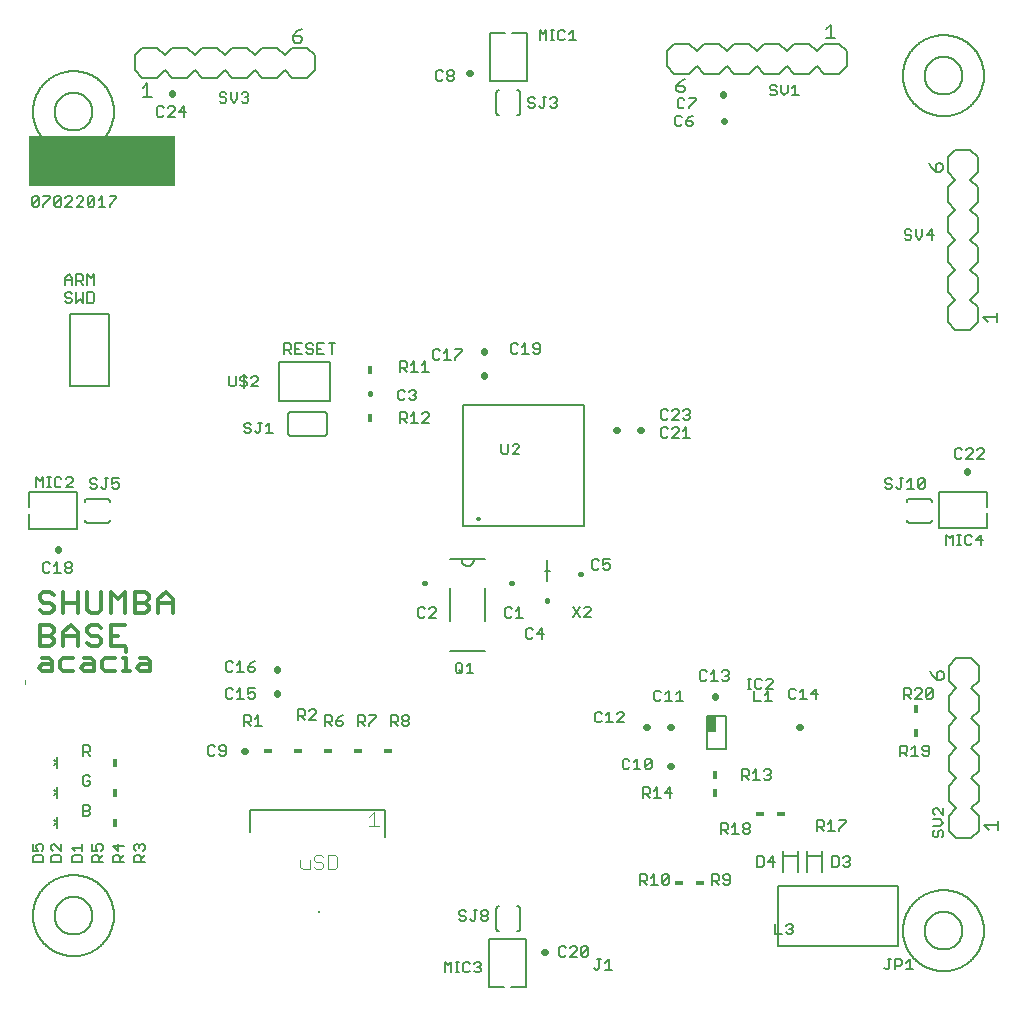
<source format=gto>
G75*
%MOIN*%
%OFA0B0*%
%FSLAX25Y25*%
%IPPOS*%
%LPD*%
%AMOC8*
5,1,8,0,0,1.08239X$1,22.5*
%
%ADD10C,0.00600*%
%ADD11C,0.01400*%
%ADD12C,0.01200*%
%ADD13R,0.49000X0.17000*%
%ADD14C,0.00098*%
%ADD15C,0.01500*%
%ADD16C,0.00500*%
%ADD17R,0.01500X0.03000*%
%ADD18C,0.00800*%
%ADD19C,0.00400*%
%ADD20C,0.02200*%
%ADD21R,0.03000X0.01500*%
%ADD22R,0.02953X0.05512*%
D10*
X0039697Y0062197D02*
X0039701Y0062528D01*
X0039713Y0062859D01*
X0039734Y0063190D01*
X0039762Y0063520D01*
X0039799Y0063850D01*
X0039843Y0064178D01*
X0039896Y0064505D01*
X0039956Y0064831D01*
X0040025Y0065155D01*
X0040102Y0065477D01*
X0040186Y0065798D01*
X0040278Y0066116D01*
X0040378Y0066432D01*
X0040486Y0066745D01*
X0040602Y0067056D01*
X0040725Y0067363D01*
X0040855Y0067668D01*
X0040993Y0067969D01*
X0041138Y0068267D01*
X0041291Y0068561D01*
X0041451Y0068851D01*
X0041618Y0069137D01*
X0041791Y0069419D01*
X0041972Y0069697D01*
X0042160Y0069970D01*
X0042354Y0070239D01*
X0042554Y0070503D01*
X0042761Y0070761D01*
X0042975Y0071015D01*
X0043194Y0071263D01*
X0043420Y0071506D01*
X0043651Y0071743D01*
X0043888Y0071974D01*
X0044131Y0072200D01*
X0044379Y0072419D01*
X0044633Y0072633D01*
X0044891Y0072840D01*
X0045155Y0073040D01*
X0045424Y0073234D01*
X0045697Y0073422D01*
X0045975Y0073603D01*
X0046257Y0073776D01*
X0046543Y0073943D01*
X0046833Y0074103D01*
X0047127Y0074256D01*
X0047425Y0074401D01*
X0047726Y0074539D01*
X0048031Y0074669D01*
X0048338Y0074792D01*
X0048649Y0074908D01*
X0048962Y0075016D01*
X0049278Y0075116D01*
X0049596Y0075208D01*
X0049917Y0075292D01*
X0050239Y0075369D01*
X0050563Y0075438D01*
X0050889Y0075498D01*
X0051216Y0075551D01*
X0051544Y0075595D01*
X0051874Y0075632D01*
X0052204Y0075660D01*
X0052535Y0075681D01*
X0052866Y0075693D01*
X0053197Y0075697D01*
X0053528Y0075693D01*
X0053859Y0075681D01*
X0054190Y0075660D01*
X0054520Y0075632D01*
X0054850Y0075595D01*
X0055178Y0075551D01*
X0055505Y0075498D01*
X0055831Y0075438D01*
X0056155Y0075369D01*
X0056477Y0075292D01*
X0056798Y0075208D01*
X0057116Y0075116D01*
X0057432Y0075016D01*
X0057745Y0074908D01*
X0058056Y0074792D01*
X0058363Y0074669D01*
X0058668Y0074539D01*
X0058969Y0074401D01*
X0059267Y0074256D01*
X0059561Y0074103D01*
X0059851Y0073943D01*
X0060137Y0073776D01*
X0060419Y0073603D01*
X0060697Y0073422D01*
X0060970Y0073234D01*
X0061239Y0073040D01*
X0061503Y0072840D01*
X0061761Y0072633D01*
X0062015Y0072419D01*
X0062263Y0072200D01*
X0062506Y0071974D01*
X0062743Y0071743D01*
X0062974Y0071506D01*
X0063200Y0071263D01*
X0063419Y0071015D01*
X0063633Y0070761D01*
X0063840Y0070503D01*
X0064040Y0070239D01*
X0064234Y0069970D01*
X0064422Y0069697D01*
X0064603Y0069419D01*
X0064776Y0069137D01*
X0064943Y0068851D01*
X0065103Y0068561D01*
X0065256Y0068267D01*
X0065401Y0067969D01*
X0065539Y0067668D01*
X0065669Y0067363D01*
X0065792Y0067056D01*
X0065908Y0066745D01*
X0066016Y0066432D01*
X0066116Y0066116D01*
X0066208Y0065798D01*
X0066292Y0065477D01*
X0066369Y0065155D01*
X0066438Y0064831D01*
X0066498Y0064505D01*
X0066551Y0064178D01*
X0066595Y0063850D01*
X0066632Y0063520D01*
X0066660Y0063190D01*
X0066681Y0062859D01*
X0066693Y0062528D01*
X0066697Y0062197D01*
X0066693Y0061866D01*
X0066681Y0061535D01*
X0066660Y0061204D01*
X0066632Y0060874D01*
X0066595Y0060544D01*
X0066551Y0060216D01*
X0066498Y0059889D01*
X0066438Y0059563D01*
X0066369Y0059239D01*
X0066292Y0058917D01*
X0066208Y0058596D01*
X0066116Y0058278D01*
X0066016Y0057962D01*
X0065908Y0057649D01*
X0065792Y0057338D01*
X0065669Y0057031D01*
X0065539Y0056726D01*
X0065401Y0056425D01*
X0065256Y0056127D01*
X0065103Y0055833D01*
X0064943Y0055543D01*
X0064776Y0055257D01*
X0064603Y0054975D01*
X0064422Y0054697D01*
X0064234Y0054424D01*
X0064040Y0054155D01*
X0063840Y0053891D01*
X0063633Y0053633D01*
X0063419Y0053379D01*
X0063200Y0053131D01*
X0062974Y0052888D01*
X0062743Y0052651D01*
X0062506Y0052420D01*
X0062263Y0052194D01*
X0062015Y0051975D01*
X0061761Y0051761D01*
X0061503Y0051554D01*
X0061239Y0051354D01*
X0060970Y0051160D01*
X0060697Y0050972D01*
X0060419Y0050791D01*
X0060137Y0050618D01*
X0059851Y0050451D01*
X0059561Y0050291D01*
X0059267Y0050138D01*
X0058969Y0049993D01*
X0058668Y0049855D01*
X0058363Y0049725D01*
X0058056Y0049602D01*
X0057745Y0049486D01*
X0057432Y0049378D01*
X0057116Y0049278D01*
X0056798Y0049186D01*
X0056477Y0049102D01*
X0056155Y0049025D01*
X0055831Y0048956D01*
X0055505Y0048896D01*
X0055178Y0048843D01*
X0054850Y0048799D01*
X0054520Y0048762D01*
X0054190Y0048734D01*
X0053859Y0048713D01*
X0053528Y0048701D01*
X0053197Y0048697D01*
X0052866Y0048701D01*
X0052535Y0048713D01*
X0052204Y0048734D01*
X0051874Y0048762D01*
X0051544Y0048799D01*
X0051216Y0048843D01*
X0050889Y0048896D01*
X0050563Y0048956D01*
X0050239Y0049025D01*
X0049917Y0049102D01*
X0049596Y0049186D01*
X0049278Y0049278D01*
X0048962Y0049378D01*
X0048649Y0049486D01*
X0048338Y0049602D01*
X0048031Y0049725D01*
X0047726Y0049855D01*
X0047425Y0049993D01*
X0047127Y0050138D01*
X0046833Y0050291D01*
X0046543Y0050451D01*
X0046257Y0050618D01*
X0045975Y0050791D01*
X0045697Y0050972D01*
X0045424Y0051160D01*
X0045155Y0051354D01*
X0044891Y0051554D01*
X0044633Y0051761D01*
X0044379Y0051975D01*
X0044131Y0052194D01*
X0043888Y0052420D01*
X0043651Y0052651D01*
X0043420Y0052888D01*
X0043194Y0053131D01*
X0042975Y0053379D01*
X0042761Y0053633D01*
X0042554Y0053891D01*
X0042354Y0054155D01*
X0042160Y0054424D01*
X0041972Y0054697D01*
X0041791Y0054975D01*
X0041618Y0055257D01*
X0041451Y0055543D01*
X0041291Y0055833D01*
X0041138Y0056127D01*
X0040993Y0056425D01*
X0040855Y0056726D01*
X0040725Y0057031D01*
X0040602Y0057338D01*
X0040486Y0057649D01*
X0040378Y0057962D01*
X0040278Y0058278D01*
X0040186Y0058596D01*
X0040102Y0058917D01*
X0040025Y0059239D01*
X0039956Y0059563D01*
X0039896Y0059889D01*
X0039843Y0060216D01*
X0039799Y0060544D01*
X0039762Y0060874D01*
X0039734Y0061204D01*
X0039713Y0061535D01*
X0039701Y0061866D01*
X0039697Y0062197D01*
X0039744Y0079997D02*
X0039744Y0081698D01*
X0040311Y0082265D01*
X0042580Y0082265D01*
X0043147Y0081698D01*
X0043147Y0079997D01*
X0039744Y0079997D01*
X0039744Y0083680D02*
X0041445Y0083680D01*
X0040878Y0084814D01*
X0040878Y0085381D01*
X0041445Y0085949D01*
X0042580Y0085949D01*
X0043147Y0085381D01*
X0043147Y0084247D01*
X0042580Y0083680D01*
X0039744Y0083680D02*
X0039744Y0085949D01*
X0045744Y0085381D02*
X0045744Y0084247D01*
X0046311Y0083680D01*
X0046311Y0082265D02*
X0045744Y0081698D01*
X0045744Y0079997D01*
X0049147Y0079997D01*
X0049147Y0081698D01*
X0048580Y0082265D01*
X0046311Y0082265D01*
X0045744Y0085381D02*
X0046311Y0085949D01*
X0046878Y0085949D01*
X0049147Y0083680D01*
X0049147Y0085949D01*
X0052744Y0084814D02*
X0056147Y0084814D01*
X0056147Y0083680D02*
X0056147Y0085949D01*
X0053878Y0083680D02*
X0052744Y0084814D01*
X0053311Y0082265D02*
X0052744Y0081698D01*
X0052744Y0079997D01*
X0056147Y0079997D01*
X0056147Y0081698D01*
X0055580Y0082265D01*
X0053311Y0082265D01*
X0059494Y0081698D02*
X0060061Y0082265D01*
X0061195Y0082265D01*
X0061763Y0081698D01*
X0061763Y0079997D01*
X0062897Y0079997D02*
X0059494Y0079997D01*
X0059494Y0081698D01*
X0059494Y0083680D02*
X0061195Y0083680D01*
X0060628Y0084814D01*
X0060628Y0085381D01*
X0061195Y0085949D01*
X0062330Y0085949D01*
X0062897Y0085381D01*
X0062897Y0084247D01*
X0062330Y0083680D01*
X0062897Y0082265D02*
X0061763Y0081131D01*
X0059494Y0083680D02*
X0059494Y0085949D01*
X0066494Y0085381D02*
X0068195Y0083680D01*
X0068195Y0085949D01*
X0066494Y0085381D02*
X0069897Y0085381D01*
X0069897Y0082265D02*
X0068763Y0081131D01*
X0068763Y0081698D02*
X0068763Y0079997D01*
X0069897Y0079997D02*
X0066494Y0079997D01*
X0066494Y0081698D01*
X0067061Y0082265D01*
X0068195Y0082265D01*
X0068763Y0081698D01*
X0073494Y0081698D02*
X0074061Y0082265D01*
X0075195Y0082265D01*
X0075763Y0081698D01*
X0075763Y0079997D01*
X0076897Y0079997D02*
X0073494Y0079997D01*
X0073494Y0081698D01*
X0074061Y0083680D02*
X0073494Y0084247D01*
X0073494Y0085381D01*
X0074061Y0085949D01*
X0074628Y0085949D01*
X0075195Y0085381D01*
X0075763Y0085949D01*
X0076330Y0085949D01*
X0076897Y0085381D01*
X0076897Y0084247D01*
X0076330Y0083680D01*
X0076897Y0082265D02*
X0075763Y0081131D01*
X0075195Y0084814D02*
X0075195Y0085381D01*
X0058765Y0096064D02*
X0058198Y0095497D01*
X0056497Y0095497D01*
X0056497Y0098900D01*
X0058198Y0098900D01*
X0058765Y0098333D01*
X0058765Y0097765D01*
X0058198Y0097198D01*
X0056497Y0097198D01*
X0058198Y0097198D02*
X0058765Y0096631D01*
X0058765Y0096064D01*
X0058198Y0105497D02*
X0058765Y0106064D01*
X0058765Y0107198D01*
X0057631Y0107198D01*
X0056497Y0106064D02*
X0056497Y0108333D01*
X0057064Y0108900D01*
X0058198Y0108900D01*
X0058765Y0108333D01*
X0058198Y0105497D02*
X0057064Y0105497D01*
X0056497Y0106064D01*
X0056497Y0115497D02*
X0056497Y0118900D01*
X0058198Y0118900D01*
X0058765Y0118333D01*
X0058765Y0117198D01*
X0058198Y0116631D01*
X0056497Y0116631D01*
X0057631Y0116631D02*
X0058765Y0115497D01*
X0097997Y0116064D02*
X0098564Y0115497D01*
X0099698Y0115497D01*
X0100265Y0116064D01*
X0101680Y0116064D02*
X0102247Y0115497D01*
X0103381Y0115497D01*
X0103949Y0116064D01*
X0103949Y0118333D01*
X0103381Y0118900D01*
X0102247Y0118900D01*
X0101680Y0118333D01*
X0101680Y0117765D01*
X0102247Y0117198D01*
X0103949Y0117198D01*
X0100265Y0118333D02*
X0099698Y0118900D01*
X0098564Y0118900D01*
X0097997Y0118333D01*
X0097997Y0116064D01*
X0109997Y0125497D02*
X0109997Y0128900D01*
X0111698Y0128900D01*
X0112265Y0128333D01*
X0112265Y0127198D01*
X0111698Y0126631D01*
X0109997Y0126631D01*
X0111131Y0126631D02*
X0112265Y0125497D01*
X0113680Y0125497D02*
X0115949Y0125497D01*
X0114814Y0125497D02*
X0114814Y0128900D01*
X0113680Y0127765D01*
X0113065Y0134497D02*
X0111930Y0134497D01*
X0111363Y0135064D01*
X0111363Y0136198D02*
X0112497Y0136765D01*
X0113065Y0136765D01*
X0113632Y0136198D01*
X0113632Y0135064D01*
X0113065Y0134497D01*
X0111363Y0136198D02*
X0111363Y0137900D01*
X0113632Y0137900D01*
X0108814Y0137900D02*
X0108814Y0134497D01*
X0107680Y0134497D02*
X0109949Y0134497D01*
X0107680Y0136765D02*
X0108814Y0137900D01*
X0106265Y0137333D02*
X0105698Y0137900D01*
X0104564Y0137900D01*
X0103997Y0137333D01*
X0103997Y0135064D01*
X0104564Y0134497D01*
X0105698Y0134497D01*
X0106265Y0135064D01*
X0105698Y0143497D02*
X0106265Y0144064D01*
X0105698Y0143497D02*
X0104564Y0143497D01*
X0103997Y0144064D01*
X0103997Y0146333D01*
X0104564Y0146900D01*
X0105698Y0146900D01*
X0106265Y0146333D01*
X0107680Y0145765D02*
X0108814Y0146900D01*
X0108814Y0143497D01*
X0107680Y0143497D02*
X0109949Y0143497D01*
X0111363Y0144064D02*
X0111930Y0143497D01*
X0113065Y0143497D01*
X0113632Y0144064D01*
X0113632Y0144631D01*
X0113065Y0145198D01*
X0111363Y0145198D01*
X0111363Y0144064D01*
X0111363Y0145198D02*
X0112497Y0146333D01*
X0113632Y0146900D01*
X0127997Y0130900D02*
X0129698Y0130900D01*
X0130265Y0130333D01*
X0130265Y0129198D01*
X0129698Y0128631D01*
X0127997Y0128631D01*
X0129131Y0128631D02*
X0130265Y0127497D01*
X0131680Y0127497D02*
X0133949Y0129765D01*
X0133949Y0130333D01*
X0133381Y0130900D01*
X0132247Y0130900D01*
X0131680Y0130333D01*
X0131680Y0127497D02*
X0133949Y0127497D01*
X0136997Y0126631D02*
X0138698Y0126631D01*
X0139265Y0127198D01*
X0139265Y0128333D01*
X0138698Y0128900D01*
X0136997Y0128900D01*
X0136997Y0125497D01*
X0138131Y0126631D02*
X0139265Y0125497D01*
X0140680Y0126064D02*
X0141247Y0125497D01*
X0142381Y0125497D01*
X0142949Y0126064D01*
X0142949Y0126631D01*
X0142381Y0127198D01*
X0140680Y0127198D01*
X0140680Y0126064D01*
X0140680Y0127198D02*
X0141814Y0128333D01*
X0142949Y0128900D01*
X0147997Y0128900D02*
X0147997Y0125497D01*
X0147997Y0126631D02*
X0149698Y0126631D01*
X0150265Y0127198D01*
X0150265Y0128333D01*
X0149698Y0128900D01*
X0147997Y0128900D01*
X0149131Y0126631D02*
X0150265Y0125497D01*
X0151680Y0125497D02*
X0151680Y0126064D01*
X0153949Y0128333D01*
X0153949Y0128900D01*
X0151680Y0128900D01*
X0158997Y0128900D02*
X0158997Y0125497D01*
X0158997Y0126631D02*
X0160698Y0126631D01*
X0161265Y0127198D01*
X0161265Y0128333D01*
X0160698Y0128900D01*
X0158997Y0128900D01*
X0160131Y0126631D02*
X0161265Y0125497D01*
X0162680Y0126064D02*
X0162680Y0126631D01*
X0163247Y0127198D01*
X0164381Y0127198D01*
X0164949Y0126631D01*
X0164949Y0126064D01*
X0164381Y0125497D01*
X0163247Y0125497D01*
X0162680Y0126064D01*
X0163247Y0127198D02*
X0162680Y0127765D01*
X0162680Y0128333D01*
X0163247Y0128900D01*
X0164381Y0128900D01*
X0164949Y0128333D01*
X0164949Y0127765D01*
X0164381Y0127198D01*
X0180554Y0143581D02*
X0181121Y0143014D01*
X0182256Y0143014D01*
X0182823Y0143581D01*
X0182823Y0145850D01*
X0182256Y0146417D01*
X0181121Y0146417D01*
X0180554Y0145850D01*
X0180554Y0143581D01*
X0181688Y0144148D02*
X0182823Y0143014D01*
X0184237Y0143014D02*
X0186506Y0143014D01*
X0185372Y0143014D02*
X0185372Y0146417D01*
X0184237Y0145283D01*
X0173949Y0161497D02*
X0171680Y0161497D01*
X0173949Y0163765D01*
X0173949Y0164333D01*
X0173381Y0164900D01*
X0172247Y0164900D01*
X0171680Y0164333D01*
X0170265Y0164333D02*
X0169698Y0164900D01*
X0168564Y0164900D01*
X0167997Y0164333D01*
X0167997Y0162064D01*
X0168564Y0161497D01*
X0169698Y0161497D01*
X0170265Y0162064D01*
X0196997Y0162064D02*
X0197564Y0161497D01*
X0198698Y0161497D01*
X0199265Y0162064D01*
X0200680Y0161497D02*
X0202949Y0161497D01*
X0201814Y0161497D02*
X0201814Y0164900D01*
X0200680Y0163765D01*
X0199265Y0164333D02*
X0198698Y0164900D01*
X0197564Y0164900D01*
X0196997Y0164333D01*
X0196997Y0162064D01*
X0203997Y0157333D02*
X0203997Y0155064D01*
X0204564Y0154497D01*
X0205698Y0154497D01*
X0206265Y0155064D01*
X0207680Y0156198D02*
X0209949Y0156198D01*
X0209381Y0154497D02*
X0209381Y0157900D01*
X0207680Y0156198D01*
X0206265Y0157333D02*
X0205698Y0157900D01*
X0204564Y0157900D01*
X0203997Y0157333D01*
X0219741Y0161796D02*
X0222010Y0165199D01*
X0223424Y0164632D02*
X0223991Y0165199D01*
X0225126Y0165199D01*
X0225693Y0164632D01*
X0225693Y0164065D01*
X0223424Y0161796D01*
X0225693Y0161796D01*
X0222010Y0161796D02*
X0219741Y0165199D01*
X0226564Y0177497D02*
X0227698Y0177497D01*
X0228265Y0178064D01*
X0229680Y0178064D02*
X0230247Y0177497D01*
X0231381Y0177497D01*
X0231949Y0178064D01*
X0231949Y0179198D01*
X0231381Y0179765D01*
X0230814Y0179765D01*
X0229680Y0179198D01*
X0229680Y0180900D01*
X0231949Y0180900D01*
X0228265Y0180333D02*
X0227698Y0180900D01*
X0226564Y0180900D01*
X0225997Y0180333D01*
X0225997Y0178064D01*
X0226564Y0177497D01*
X0201819Y0216024D02*
X0199550Y0216024D01*
X0201819Y0218293D01*
X0201819Y0218860D01*
X0201252Y0219427D01*
X0200117Y0219427D01*
X0199550Y0218860D01*
X0198136Y0219427D02*
X0198136Y0216592D01*
X0197568Y0216024D01*
X0196434Y0216024D01*
X0195867Y0216592D01*
X0195867Y0219427D01*
X0171632Y0226497D02*
X0169363Y0226497D01*
X0171632Y0228765D01*
X0171632Y0229333D01*
X0171065Y0229900D01*
X0169930Y0229900D01*
X0169363Y0229333D01*
X0166814Y0229900D02*
X0166814Y0226497D01*
X0165680Y0226497D02*
X0167949Y0226497D01*
X0165680Y0228765D02*
X0166814Y0229900D01*
X0164265Y0229333D02*
X0164265Y0228198D01*
X0163698Y0227631D01*
X0161997Y0227631D01*
X0163131Y0227631D02*
X0164265Y0226497D01*
X0161997Y0226497D02*
X0161997Y0229900D01*
X0163698Y0229900D01*
X0164265Y0229333D01*
X0163198Y0233997D02*
X0162064Y0233997D01*
X0161497Y0234564D01*
X0161497Y0236833D01*
X0162064Y0237400D01*
X0163198Y0237400D01*
X0163765Y0236833D01*
X0165180Y0236833D02*
X0165747Y0237400D01*
X0166881Y0237400D01*
X0167449Y0236833D01*
X0167449Y0236265D01*
X0166881Y0235698D01*
X0167449Y0235131D01*
X0167449Y0234564D01*
X0166881Y0233997D01*
X0165747Y0233997D01*
X0165180Y0234564D01*
X0163765Y0234564D02*
X0163198Y0233997D01*
X0166314Y0235698D02*
X0166881Y0235698D01*
X0166814Y0243497D02*
X0166814Y0246900D01*
X0165680Y0245765D01*
X0164265Y0245198D02*
X0163698Y0244631D01*
X0161997Y0244631D01*
X0163131Y0244631D02*
X0164265Y0243497D01*
X0165680Y0243497D02*
X0167949Y0243497D01*
X0169363Y0243497D02*
X0171632Y0243497D01*
X0170497Y0243497D02*
X0170497Y0246900D01*
X0169363Y0245765D01*
X0172997Y0248064D02*
X0172997Y0250333D01*
X0173564Y0250900D01*
X0174698Y0250900D01*
X0175265Y0250333D01*
X0176680Y0249765D02*
X0177814Y0250900D01*
X0177814Y0247497D01*
X0176680Y0247497D02*
X0178949Y0247497D01*
X0180363Y0247497D02*
X0180363Y0248064D01*
X0182632Y0250333D01*
X0182632Y0250900D01*
X0180363Y0250900D01*
X0175265Y0248064D02*
X0174698Y0247497D01*
X0173564Y0247497D01*
X0172997Y0248064D01*
X0164265Y0246333D02*
X0164265Y0245198D01*
X0164265Y0246333D02*
X0163698Y0246900D01*
X0161997Y0246900D01*
X0161997Y0243497D01*
X0139364Y0249497D02*
X0139364Y0252900D01*
X0140498Y0252900D02*
X0138229Y0252900D01*
X0136815Y0252900D02*
X0134546Y0252900D01*
X0134546Y0249497D01*
X0136815Y0249497D01*
X0135681Y0251198D02*
X0134546Y0251198D01*
X0133132Y0250631D02*
X0133132Y0250064D01*
X0132565Y0249497D01*
X0131430Y0249497D01*
X0130863Y0250064D01*
X0131430Y0251198D02*
X0132565Y0251198D01*
X0133132Y0250631D01*
X0133132Y0252333D02*
X0132565Y0252900D01*
X0131430Y0252900D01*
X0130863Y0252333D01*
X0130863Y0251765D01*
X0131430Y0251198D01*
X0129449Y0249497D02*
X0127180Y0249497D01*
X0127180Y0252900D01*
X0129449Y0252900D01*
X0128314Y0251198D02*
X0127180Y0251198D01*
X0125765Y0251198D02*
X0125198Y0250631D01*
X0123497Y0250631D01*
X0124631Y0250631D02*
X0125765Y0249497D01*
X0125765Y0251198D02*
X0125765Y0252333D01*
X0125198Y0252900D01*
X0123497Y0252900D01*
X0123497Y0249497D01*
X0114762Y0241459D02*
X0114195Y0242026D01*
X0113060Y0242026D01*
X0112493Y0241459D01*
X0111079Y0241459D02*
X0110511Y0242026D01*
X0109377Y0242026D01*
X0108810Y0241459D01*
X0108810Y0240891D01*
X0109377Y0240324D01*
X0110511Y0240324D01*
X0111079Y0239757D01*
X0111079Y0239190D01*
X0110511Y0238623D01*
X0109377Y0238623D01*
X0108810Y0239190D01*
X0107395Y0239190D02*
X0107395Y0242026D01*
X0105127Y0242026D02*
X0105127Y0239190D01*
X0105694Y0238623D01*
X0106828Y0238623D01*
X0107395Y0239190D01*
X0109944Y0238056D02*
X0109944Y0242593D01*
X0112493Y0238623D02*
X0114762Y0240891D01*
X0114762Y0241459D01*
X0114762Y0238623D02*
X0112493Y0238623D01*
X0111698Y0226400D02*
X0110564Y0226400D01*
X0109997Y0225833D01*
X0109997Y0225265D01*
X0110564Y0224698D01*
X0111698Y0224698D01*
X0112265Y0224131D01*
X0112265Y0223564D01*
X0111698Y0222997D01*
X0110564Y0222997D01*
X0109997Y0223564D01*
X0112265Y0225833D02*
X0111698Y0226400D01*
X0114814Y0226400D02*
X0115949Y0226400D01*
X0115381Y0226400D02*
X0115381Y0223564D01*
X0114814Y0222997D01*
X0114247Y0222997D01*
X0113680Y0223564D01*
X0117363Y0222997D02*
X0119632Y0222997D01*
X0118497Y0222997D02*
X0118497Y0226400D01*
X0117363Y0225265D01*
X0124697Y0223197D02*
X0124697Y0229197D01*
X0124699Y0229257D01*
X0124704Y0229318D01*
X0124713Y0229377D01*
X0124726Y0229436D01*
X0124742Y0229495D01*
X0124762Y0229552D01*
X0124785Y0229607D01*
X0124812Y0229662D01*
X0124841Y0229714D01*
X0124874Y0229765D01*
X0124910Y0229814D01*
X0124948Y0229860D01*
X0124990Y0229904D01*
X0125034Y0229946D01*
X0125080Y0229984D01*
X0125129Y0230020D01*
X0125180Y0230053D01*
X0125232Y0230082D01*
X0125287Y0230109D01*
X0125342Y0230132D01*
X0125399Y0230152D01*
X0125458Y0230168D01*
X0125517Y0230181D01*
X0125576Y0230190D01*
X0125637Y0230195D01*
X0125697Y0230197D01*
X0136697Y0230197D01*
X0136757Y0230195D01*
X0136818Y0230190D01*
X0136877Y0230181D01*
X0136936Y0230168D01*
X0136995Y0230152D01*
X0137052Y0230132D01*
X0137107Y0230109D01*
X0137162Y0230082D01*
X0137214Y0230053D01*
X0137265Y0230020D01*
X0137314Y0229984D01*
X0137360Y0229946D01*
X0137404Y0229904D01*
X0137446Y0229860D01*
X0137484Y0229814D01*
X0137520Y0229765D01*
X0137553Y0229714D01*
X0137582Y0229662D01*
X0137609Y0229607D01*
X0137632Y0229552D01*
X0137652Y0229495D01*
X0137668Y0229436D01*
X0137681Y0229377D01*
X0137690Y0229318D01*
X0137695Y0229257D01*
X0137697Y0229197D01*
X0137697Y0223197D01*
X0137695Y0223137D01*
X0137690Y0223076D01*
X0137681Y0223017D01*
X0137668Y0222958D01*
X0137652Y0222899D01*
X0137632Y0222842D01*
X0137609Y0222787D01*
X0137582Y0222732D01*
X0137553Y0222680D01*
X0137520Y0222629D01*
X0137484Y0222580D01*
X0137446Y0222534D01*
X0137404Y0222490D01*
X0137360Y0222448D01*
X0137314Y0222410D01*
X0137265Y0222374D01*
X0137214Y0222341D01*
X0137162Y0222312D01*
X0137107Y0222285D01*
X0137052Y0222262D01*
X0136995Y0222242D01*
X0136936Y0222226D01*
X0136877Y0222213D01*
X0136818Y0222204D01*
X0136757Y0222199D01*
X0136697Y0222197D01*
X0125697Y0222197D01*
X0125637Y0222199D01*
X0125576Y0222204D01*
X0125517Y0222213D01*
X0125458Y0222226D01*
X0125399Y0222242D01*
X0125342Y0222262D01*
X0125287Y0222285D01*
X0125232Y0222312D01*
X0125180Y0222341D01*
X0125129Y0222374D01*
X0125080Y0222410D01*
X0125034Y0222448D01*
X0124990Y0222490D01*
X0124948Y0222534D01*
X0124910Y0222580D01*
X0124874Y0222629D01*
X0124841Y0222680D01*
X0124812Y0222732D01*
X0124785Y0222787D01*
X0124762Y0222842D01*
X0124742Y0222899D01*
X0124726Y0222958D01*
X0124713Y0223017D01*
X0124704Y0223076D01*
X0124699Y0223137D01*
X0124697Y0223197D01*
X0068382Y0207900D02*
X0066113Y0207900D01*
X0066113Y0206198D01*
X0067247Y0206765D01*
X0067815Y0206765D01*
X0068382Y0206198D01*
X0068382Y0205064D01*
X0067815Y0204497D01*
X0066680Y0204497D01*
X0066113Y0205064D01*
X0064131Y0205064D02*
X0064131Y0207900D01*
X0063564Y0207900D02*
X0064699Y0207900D01*
X0064131Y0205064D02*
X0063564Y0204497D01*
X0062997Y0204497D01*
X0062430Y0205064D01*
X0061015Y0205064D02*
X0060448Y0204497D01*
X0059314Y0204497D01*
X0058747Y0205064D01*
X0059314Y0206198D02*
X0060448Y0206198D01*
X0061015Y0205631D01*
X0061015Y0205064D01*
X0059314Y0206198D02*
X0058747Y0206765D01*
X0058747Y0207333D01*
X0059314Y0207900D01*
X0060448Y0207900D01*
X0061015Y0207333D01*
X0054297Y0203297D02*
X0038297Y0203297D01*
X0038297Y0198297D01*
X0038297Y0196097D02*
X0038297Y0191097D01*
X0054297Y0191097D01*
X0054297Y0203297D01*
X0052887Y0204897D02*
X0050619Y0204897D01*
X0052887Y0207165D01*
X0052887Y0207733D01*
X0052320Y0208300D01*
X0051186Y0208300D01*
X0050619Y0207733D01*
X0049204Y0207733D02*
X0048637Y0208300D01*
X0047503Y0208300D01*
X0046935Y0207733D01*
X0046935Y0205464D01*
X0047503Y0204897D01*
X0048637Y0204897D01*
X0049204Y0205464D01*
X0045614Y0204897D02*
X0044480Y0204897D01*
X0045047Y0204897D02*
X0045047Y0208300D01*
X0044480Y0208300D02*
X0045614Y0208300D01*
X0043065Y0208300D02*
X0043065Y0204897D01*
X0040797Y0204897D02*
X0040797Y0208300D01*
X0041931Y0207165D01*
X0043065Y0208300D01*
X0043564Y0179900D02*
X0042997Y0179333D01*
X0042997Y0177064D01*
X0043564Y0176497D01*
X0044698Y0176497D01*
X0045265Y0177064D01*
X0046680Y0176497D02*
X0048949Y0176497D01*
X0047814Y0176497D02*
X0047814Y0179900D01*
X0046680Y0178765D01*
X0045265Y0179333D02*
X0044698Y0179900D01*
X0043564Y0179900D01*
X0050363Y0179333D02*
X0050363Y0178765D01*
X0050930Y0178198D01*
X0052065Y0178198D01*
X0052632Y0177631D01*
X0052632Y0177064D01*
X0052065Y0176497D01*
X0050930Y0176497D01*
X0050363Y0177064D01*
X0050363Y0177631D01*
X0050930Y0178198D01*
X0052065Y0178198D02*
X0052632Y0178765D01*
X0052632Y0179333D01*
X0052065Y0179900D01*
X0050930Y0179900D01*
X0050363Y0179333D01*
X0127997Y0130900D02*
X0127997Y0127497D01*
X0182314Y0063900D02*
X0181747Y0063333D01*
X0181747Y0062765D01*
X0182314Y0062198D01*
X0183448Y0062198D01*
X0184015Y0061631D01*
X0184015Y0061064D01*
X0183448Y0060497D01*
X0182314Y0060497D01*
X0181747Y0061064D01*
X0182314Y0063900D02*
X0183448Y0063900D01*
X0184015Y0063333D01*
X0186564Y0063900D02*
X0187699Y0063900D01*
X0187131Y0063900D02*
X0187131Y0061064D01*
X0186564Y0060497D01*
X0185997Y0060497D01*
X0185430Y0061064D01*
X0189113Y0061064D02*
X0189113Y0061631D01*
X0189680Y0062198D01*
X0190815Y0062198D01*
X0191382Y0061631D01*
X0191382Y0061064D01*
X0190815Y0060497D01*
X0189680Y0060497D01*
X0189113Y0061064D01*
X0189680Y0062198D02*
X0189113Y0062765D01*
X0189113Y0063333D01*
X0189680Y0063900D01*
X0190815Y0063900D01*
X0191382Y0063333D01*
X0191382Y0062765D01*
X0190815Y0062198D01*
X0191697Y0054397D02*
X0191697Y0038397D01*
X0196697Y0038397D01*
X0198897Y0038397D02*
X0203897Y0038397D01*
X0203897Y0054397D01*
X0191697Y0054397D01*
X0188420Y0046700D02*
X0188987Y0046133D01*
X0188987Y0045565D01*
X0188420Y0044998D01*
X0188987Y0044431D01*
X0188987Y0043864D01*
X0188420Y0043297D01*
X0187286Y0043297D01*
X0186719Y0043864D01*
X0185304Y0043864D02*
X0184737Y0043297D01*
X0183603Y0043297D01*
X0183035Y0043864D01*
X0183035Y0046133D01*
X0183603Y0046700D01*
X0184737Y0046700D01*
X0185304Y0046133D01*
X0186719Y0046133D02*
X0187286Y0046700D01*
X0188420Y0046700D01*
X0188420Y0044998D02*
X0187853Y0044998D01*
X0181714Y0043297D02*
X0180580Y0043297D01*
X0181147Y0043297D02*
X0181147Y0046700D01*
X0180580Y0046700D02*
X0181714Y0046700D01*
X0179165Y0046700D02*
X0179165Y0043297D01*
X0176897Y0043297D02*
X0176897Y0046700D01*
X0178031Y0045565D01*
X0179165Y0046700D01*
X0214997Y0049064D02*
X0215564Y0048497D01*
X0216698Y0048497D01*
X0217265Y0049064D01*
X0218680Y0048497D02*
X0220949Y0050765D01*
X0220949Y0051333D01*
X0220381Y0051900D01*
X0219247Y0051900D01*
X0218680Y0051333D01*
X0217265Y0051333D02*
X0216698Y0051900D01*
X0215564Y0051900D01*
X0214997Y0051333D01*
X0214997Y0049064D01*
X0218680Y0048497D02*
X0220949Y0048497D01*
X0222363Y0049064D02*
X0224632Y0051333D01*
X0224632Y0049064D01*
X0224065Y0048497D01*
X0222930Y0048497D01*
X0222363Y0049064D01*
X0222363Y0051333D01*
X0222930Y0051900D01*
X0224065Y0051900D01*
X0224632Y0051333D01*
X0227867Y0047577D02*
X0229002Y0047577D01*
X0228435Y0047577D02*
X0228435Y0044741D01*
X0227867Y0044174D01*
X0227300Y0044174D01*
X0226733Y0044741D01*
X0230416Y0044174D02*
X0232685Y0044174D01*
X0231551Y0044174D02*
X0231551Y0047577D01*
X0230416Y0046443D01*
X0241997Y0072497D02*
X0241997Y0075900D01*
X0243698Y0075900D01*
X0244265Y0075333D01*
X0244265Y0074198D01*
X0243698Y0073631D01*
X0241997Y0073631D01*
X0243131Y0073631D02*
X0244265Y0072497D01*
X0245680Y0072497D02*
X0247949Y0072497D01*
X0246814Y0072497D02*
X0246814Y0075900D01*
X0245680Y0074765D01*
X0249363Y0075333D02*
X0249930Y0075900D01*
X0251065Y0075900D01*
X0251632Y0075333D01*
X0249363Y0073064D01*
X0249930Y0072497D01*
X0251065Y0072497D01*
X0251632Y0073064D01*
X0251632Y0075333D01*
X0249363Y0075333D02*
X0249363Y0073064D01*
X0265997Y0073631D02*
X0267698Y0073631D01*
X0268265Y0074198D01*
X0268265Y0075333D01*
X0267698Y0075900D01*
X0265997Y0075900D01*
X0265997Y0072497D01*
X0267131Y0073631D02*
X0268265Y0072497D01*
X0269680Y0073064D02*
X0270247Y0072497D01*
X0271381Y0072497D01*
X0271949Y0073064D01*
X0271949Y0075333D01*
X0271381Y0075900D01*
X0270247Y0075900D01*
X0269680Y0075333D01*
X0269680Y0074765D01*
X0270247Y0074198D01*
X0271949Y0074198D01*
X0280997Y0078497D02*
X0280997Y0081900D01*
X0282698Y0081900D01*
X0283265Y0081333D01*
X0283265Y0079064D01*
X0282698Y0078497D01*
X0280997Y0078497D01*
X0284680Y0080198D02*
X0286949Y0080198D01*
X0286381Y0078497D02*
X0286381Y0081900D01*
X0284680Y0080198D01*
X0278065Y0089497D02*
X0276930Y0089497D01*
X0276363Y0090064D01*
X0276363Y0090631D01*
X0276930Y0091198D01*
X0278065Y0091198D01*
X0278632Y0090631D01*
X0278632Y0090064D01*
X0278065Y0089497D01*
X0278065Y0091198D02*
X0278632Y0091765D01*
X0278632Y0092333D01*
X0278065Y0092900D01*
X0276930Y0092900D01*
X0276363Y0092333D01*
X0276363Y0091765D01*
X0276930Y0091198D01*
X0274949Y0089497D02*
X0272680Y0089497D01*
X0273814Y0089497D02*
X0273814Y0092900D01*
X0272680Y0091765D01*
X0271265Y0091198D02*
X0270698Y0090631D01*
X0268997Y0090631D01*
X0270131Y0090631D02*
X0271265Y0089497D01*
X0271265Y0091198D02*
X0271265Y0092333D01*
X0270698Y0092900D01*
X0268997Y0092900D01*
X0268997Y0089497D01*
X0252065Y0101497D02*
X0252065Y0104900D01*
X0250363Y0103198D01*
X0252632Y0103198D01*
X0248949Y0101497D02*
X0246680Y0101497D01*
X0247814Y0101497D02*
X0247814Y0104900D01*
X0246680Y0103765D01*
X0245265Y0103198D02*
X0244698Y0102631D01*
X0242997Y0102631D01*
X0244131Y0102631D02*
X0245265Y0101497D01*
X0245265Y0103198D02*
X0245265Y0104333D01*
X0244698Y0104900D01*
X0242997Y0104900D01*
X0242997Y0101497D01*
X0242199Y0110997D02*
X0239931Y0110997D01*
X0241065Y0110997D02*
X0241065Y0114400D01*
X0239931Y0113265D01*
X0238516Y0113833D02*
X0237949Y0114400D01*
X0236815Y0114400D01*
X0236247Y0113833D01*
X0236247Y0111564D01*
X0236815Y0110997D01*
X0237949Y0110997D01*
X0238516Y0111564D01*
X0243614Y0111564D02*
X0245882Y0113833D01*
X0245882Y0111564D01*
X0245315Y0110997D01*
X0244181Y0110997D01*
X0243614Y0111564D01*
X0243614Y0113833D01*
X0244181Y0114400D01*
X0245315Y0114400D01*
X0245882Y0113833D01*
X0236618Y0126652D02*
X0234349Y0126652D01*
X0236618Y0128921D01*
X0236618Y0129488D01*
X0236051Y0130055D01*
X0234916Y0130055D01*
X0234349Y0129488D01*
X0231800Y0130055D02*
X0231800Y0126652D01*
X0230666Y0126652D02*
X0232935Y0126652D01*
X0230666Y0128921D02*
X0231800Y0130055D01*
X0229251Y0129488D02*
X0228684Y0130055D01*
X0227550Y0130055D01*
X0226983Y0129488D01*
X0226983Y0127219D01*
X0227550Y0126652D01*
X0228684Y0126652D01*
X0229251Y0127219D01*
X0246771Y0134386D02*
X0247338Y0133819D01*
X0248472Y0133819D01*
X0249039Y0134386D01*
X0250454Y0133819D02*
X0252723Y0133819D01*
X0251588Y0133819D02*
X0251588Y0137222D01*
X0250454Y0136087D01*
X0249039Y0136655D02*
X0248472Y0137222D01*
X0247338Y0137222D01*
X0246771Y0136655D01*
X0246771Y0134386D01*
X0254137Y0133819D02*
X0256406Y0133819D01*
X0255271Y0133819D02*
X0255271Y0137222D01*
X0254137Y0136087D01*
X0261947Y0141064D02*
X0261947Y0143333D01*
X0262515Y0143900D01*
X0263649Y0143900D01*
X0264216Y0143333D01*
X0265631Y0142765D02*
X0266765Y0143900D01*
X0266765Y0140497D01*
X0265631Y0140497D02*
X0267899Y0140497D01*
X0269314Y0141064D02*
X0269881Y0140497D01*
X0271015Y0140497D01*
X0271582Y0141064D01*
X0271582Y0141631D01*
X0271015Y0142198D01*
X0270448Y0142198D01*
X0271015Y0142198D02*
X0271582Y0142765D01*
X0271582Y0143333D01*
X0271015Y0143900D01*
X0269881Y0143900D01*
X0269314Y0143333D01*
X0264216Y0141064D02*
X0263649Y0140497D01*
X0262515Y0140497D01*
X0261947Y0141064D01*
X0277909Y0141199D02*
X0279043Y0141199D01*
X0278476Y0141199D02*
X0278476Y0137796D01*
X0277909Y0137796D02*
X0279043Y0137796D01*
X0279997Y0137000D02*
X0279997Y0133597D01*
X0282265Y0133597D01*
X0283680Y0133597D02*
X0285949Y0133597D01*
X0284814Y0133597D02*
X0284814Y0137000D01*
X0283680Y0135865D01*
X0284047Y0137796D02*
X0286316Y0140065D01*
X0286316Y0140632D01*
X0285749Y0141199D01*
X0284614Y0141199D01*
X0284047Y0140632D01*
X0282633Y0140632D02*
X0282066Y0141199D01*
X0280931Y0141199D01*
X0280364Y0140632D01*
X0280364Y0138363D01*
X0280931Y0137796D01*
X0282066Y0137796D01*
X0282633Y0138363D01*
X0284047Y0137796D02*
X0286316Y0137796D01*
X0291697Y0137233D02*
X0291697Y0134964D01*
X0292264Y0134397D01*
X0293398Y0134397D01*
X0293965Y0134964D01*
X0295380Y0134397D02*
X0297649Y0134397D01*
X0296514Y0134397D02*
X0296514Y0137800D01*
X0295380Y0136665D01*
X0293965Y0137233D02*
X0293398Y0137800D01*
X0292264Y0137800D01*
X0291697Y0137233D01*
X0299063Y0136098D02*
X0301332Y0136098D01*
X0300765Y0134397D02*
X0300765Y0137800D01*
X0299063Y0136098D01*
X0285015Y0110900D02*
X0285582Y0110333D01*
X0285582Y0109765D01*
X0285015Y0109198D01*
X0285582Y0108631D01*
X0285582Y0108064D01*
X0285015Y0107497D01*
X0283881Y0107497D01*
X0283314Y0108064D01*
X0281899Y0107497D02*
X0279631Y0107497D01*
X0280765Y0107497D02*
X0280765Y0110900D01*
X0279631Y0109765D01*
X0278216Y0109198D02*
X0277649Y0108631D01*
X0275947Y0108631D01*
X0275947Y0107497D02*
X0275947Y0110900D01*
X0277649Y0110900D01*
X0278216Y0110333D01*
X0278216Y0109198D01*
X0277082Y0108631D02*
X0278216Y0107497D01*
X0283314Y0110333D02*
X0283881Y0110900D01*
X0285015Y0110900D01*
X0285015Y0109198D02*
X0284448Y0109198D01*
X0300997Y0093900D02*
X0302698Y0093900D01*
X0303265Y0093333D01*
X0303265Y0092198D01*
X0302698Y0091631D01*
X0300997Y0091631D01*
X0302131Y0091631D02*
X0303265Y0090497D01*
X0304680Y0090497D02*
X0306949Y0090497D01*
X0305814Y0090497D02*
X0305814Y0093900D01*
X0304680Y0092765D01*
X0308363Y0093900D02*
X0310632Y0093900D01*
X0310632Y0093333D01*
X0308363Y0091064D01*
X0308363Y0090497D01*
X0300997Y0090497D02*
X0300997Y0093900D01*
X0305997Y0081900D02*
X0307698Y0081900D01*
X0308265Y0081333D01*
X0308265Y0079064D01*
X0307698Y0078497D01*
X0305997Y0078497D01*
X0305997Y0081900D01*
X0309680Y0081333D02*
X0310247Y0081900D01*
X0311381Y0081900D01*
X0311949Y0081333D01*
X0311949Y0080765D01*
X0311381Y0080198D01*
X0311949Y0079631D01*
X0311949Y0079064D01*
X0311381Y0078497D01*
X0310247Y0078497D01*
X0309680Y0079064D01*
X0310814Y0080198D02*
X0311381Y0080198D01*
X0292381Y0059400D02*
X0292949Y0058833D01*
X0292949Y0058265D01*
X0292381Y0057698D01*
X0292949Y0057131D01*
X0292949Y0056564D01*
X0292381Y0055997D01*
X0291247Y0055997D01*
X0290680Y0056564D01*
X0289265Y0055997D02*
X0286997Y0055997D01*
X0286997Y0059400D01*
X0290680Y0058833D02*
X0291247Y0059400D01*
X0292381Y0059400D01*
X0292381Y0057698D02*
X0291814Y0057698D01*
X0323497Y0044812D02*
X0324064Y0044245D01*
X0324631Y0044245D01*
X0325198Y0044812D01*
X0325198Y0047648D01*
X0324631Y0047648D02*
X0325765Y0047648D01*
X0327180Y0047648D02*
X0328881Y0047648D01*
X0329449Y0047081D01*
X0329449Y0045946D01*
X0328881Y0045379D01*
X0327180Y0045379D01*
X0327180Y0044245D02*
X0327180Y0047648D01*
X0330863Y0046513D02*
X0331997Y0047648D01*
X0331997Y0044245D01*
X0330863Y0044245D02*
X0333132Y0044245D01*
X0329697Y0057197D02*
X0329701Y0057528D01*
X0329713Y0057859D01*
X0329734Y0058190D01*
X0329762Y0058520D01*
X0329799Y0058850D01*
X0329843Y0059178D01*
X0329896Y0059505D01*
X0329956Y0059831D01*
X0330025Y0060155D01*
X0330102Y0060477D01*
X0330186Y0060798D01*
X0330278Y0061116D01*
X0330378Y0061432D01*
X0330486Y0061745D01*
X0330602Y0062056D01*
X0330725Y0062363D01*
X0330855Y0062668D01*
X0330993Y0062969D01*
X0331138Y0063267D01*
X0331291Y0063561D01*
X0331451Y0063851D01*
X0331618Y0064137D01*
X0331791Y0064419D01*
X0331972Y0064697D01*
X0332160Y0064970D01*
X0332354Y0065239D01*
X0332554Y0065503D01*
X0332761Y0065761D01*
X0332975Y0066015D01*
X0333194Y0066263D01*
X0333420Y0066506D01*
X0333651Y0066743D01*
X0333888Y0066974D01*
X0334131Y0067200D01*
X0334379Y0067419D01*
X0334633Y0067633D01*
X0334891Y0067840D01*
X0335155Y0068040D01*
X0335424Y0068234D01*
X0335697Y0068422D01*
X0335975Y0068603D01*
X0336257Y0068776D01*
X0336543Y0068943D01*
X0336833Y0069103D01*
X0337127Y0069256D01*
X0337425Y0069401D01*
X0337726Y0069539D01*
X0338031Y0069669D01*
X0338338Y0069792D01*
X0338649Y0069908D01*
X0338962Y0070016D01*
X0339278Y0070116D01*
X0339596Y0070208D01*
X0339917Y0070292D01*
X0340239Y0070369D01*
X0340563Y0070438D01*
X0340889Y0070498D01*
X0341216Y0070551D01*
X0341544Y0070595D01*
X0341874Y0070632D01*
X0342204Y0070660D01*
X0342535Y0070681D01*
X0342866Y0070693D01*
X0343197Y0070697D01*
X0343528Y0070693D01*
X0343859Y0070681D01*
X0344190Y0070660D01*
X0344520Y0070632D01*
X0344850Y0070595D01*
X0345178Y0070551D01*
X0345505Y0070498D01*
X0345831Y0070438D01*
X0346155Y0070369D01*
X0346477Y0070292D01*
X0346798Y0070208D01*
X0347116Y0070116D01*
X0347432Y0070016D01*
X0347745Y0069908D01*
X0348056Y0069792D01*
X0348363Y0069669D01*
X0348668Y0069539D01*
X0348969Y0069401D01*
X0349267Y0069256D01*
X0349561Y0069103D01*
X0349851Y0068943D01*
X0350137Y0068776D01*
X0350419Y0068603D01*
X0350697Y0068422D01*
X0350970Y0068234D01*
X0351239Y0068040D01*
X0351503Y0067840D01*
X0351761Y0067633D01*
X0352015Y0067419D01*
X0352263Y0067200D01*
X0352506Y0066974D01*
X0352743Y0066743D01*
X0352974Y0066506D01*
X0353200Y0066263D01*
X0353419Y0066015D01*
X0353633Y0065761D01*
X0353840Y0065503D01*
X0354040Y0065239D01*
X0354234Y0064970D01*
X0354422Y0064697D01*
X0354603Y0064419D01*
X0354776Y0064137D01*
X0354943Y0063851D01*
X0355103Y0063561D01*
X0355256Y0063267D01*
X0355401Y0062969D01*
X0355539Y0062668D01*
X0355669Y0062363D01*
X0355792Y0062056D01*
X0355908Y0061745D01*
X0356016Y0061432D01*
X0356116Y0061116D01*
X0356208Y0060798D01*
X0356292Y0060477D01*
X0356369Y0060155D01*
X0356438Y0059831D01*
X0356498Y0059505D01*
X0356551Y0059178D01*
X0356595Y0058850D01*
X0356632Y0058520D01*
X0356660Y0058190D01*
X0356681Y0057859D01*
X0356693Y0057528D01*
X0356697Y0057197D01*
X0356693Y0056866D01*
X0356681Y0056535D01*
X0356660Y0056204D01*
X0356632Y0055874D01*
X0356595Y0055544D01*
X0356551Y0055216D01*
X0356498Y0054889D01*
X0356438Y0054563D01*
X0356369Y0054239D01*
X0356292Y0053917D01*
X0356208Y0053596D01*
X0356116Y0053278D01*
X0356016Y0052962D01*
X0355908Y0052649D01*
X0355792Y0052338D01*
X0355669Y0052031D01*
X0355539Y0051726D01*
X0355401Y0051425D01*
X0355256Y0051127D01*
X0355103Y0050833D01*
X0354943Y0050543D01*
X0354776Y0050257D01*
X0354603Y0049975D01*
X0354422Y0049697D01*
X0354234Y0049424D01*
X0354040Y0049155D01*
X0353840Y0048891D01*
X0353633Y0048633D01*
X0353419Y0048379D01*
X0353200Y0048131D01*
X0352974Y0047888D01*
X0352743Y0047651D01*
X0352506Y0047420D01*
X0352263Y0047194D01*
X0352015Y0046975D01*
X0351761Y0046761D01*
X0351503Y0046554D01*
X0351239Y0046354D01*
X0350970Y0046160D01*
X0350697Y0045972D01*
X0350419Y0045791D01*
X0350137Y0045618D01*
X0349851Y0045451D01*
X0349561Y0045291D01*
X0349267Y0045138D01*
X0348969Y0044993D01*
X0348668Y0044855D01*
X0348363Y0044725D01*
X0348056Y0044602D01*
X0347745Y0044486D01*
X0347432Y0044378D01*
X0347116Y0044278D01*
X0346798Y0044186D01*
X0346477Y0044102D01*
X0346155Y0044025D01*
X0345831Y0043956D01*
X0345505Y0043896D01*
X0345178Y0043843D01*
X0344850Y0043799D01*
X0344520Y0043762D01*
X0344190Y0043734D01*
X0343859Y0043713D01*
X0343528Y0043701D01*
X0343197Y0043697D01*
X0342866Y0043701D01*
X0342535Y0043713D01*
X0342204Y0043734D01*
X0341874Y0043762D01*
X0341544Y0043799D01*
X0341216Y0043843D01*
X0340889Y0043896D01*
X0340563Y0043956D01*
X0340239Y0044025D01*
X0339917Y0044102D01*
X0339596Y0044186D01*
X0339278Y0044278D01*
X0338962Y0044378D01*
X0338649Y0044486D01*
X0338338Y0044602D01*
X0338031Y0044725D01*
X0337726Y0044855D01*
X0337425Y0044993D01*
X0337127Y0045138D01*
X0336833Y0045291D01*
X0336543Y0045451D01*
X0336257Y0045618D01*
X0335975Y0045791D01*
X0335697Y0045972D01*
X0335424Y0046160D01*
X0335155Y0046354D01*
X0334891Y0046554D01*
X0334633Y0046761D01*
X0334379Y0046975D01*
X0334131Y0047194D01*
X0333888Y0047420D01*
X0333651Y0047651D01*
X0333420Y0047888D01*
X0333194Y0048131D01*
X0332975Y0048379D01*
X0332761Y0048633D01*
X0332554Y0048891D01*
X0332354Y0049155D01*
X0332160Y0049424D01*
X0331972Y0049697D01*
X0331791Y0049975D01*
X0331618Y0050257D01*
X0331451Y0050543D01*
X0331291Y0050833D01*
X0331138Y0051127D01*
X0330993Y0051425D01*
X0330855Y0051726D01*
X0330725Y0052031D01*
X0330602Y0052338D01*
X0330486Y0052649D01*
X0330378Y0052962D01*
X0330278Y0053278D01*
X0330186Y0053596D01*
X0330102Y0053917D01*
X0330025Y0054239D01*
X0329956Y0054563D01*
X0329896Y0054889D01*
X0329843Y0055216D01*
X0329799Y0055544D01*
X0329762Y0055874D01*
X0329734Y0056204D01*
X0329713Y0056535D01*
X0329701Y0056866D01*
X0329697Y0057197D01*
X0340361Y0088297D02*
X0340928Y0088297D01*
X0341495Y0088864D01*
X0341495Y0089998D01*
X0342063Y0090565D01*
X0342630Y0090565D01*
X0343197Y0089998D01*
X0343197Y0088864D01*
X0342630Y0088297D01*
X0340361Y0088297D02*
X0339794Y0088864D01*
X0339794Y0089998D01*
X0340361Y0090565D01*
X0339794Y0091980D02*
X0342063Y0091980D01*
X0343197Y0093114D01*
X0342063Y0094249D01*
X0339794Y0094249D01*
X0340361Y0095663D02*
X0339794Y0096230D01*
X0339794Y0097365D01*
X0340361Y0097932D01*
X0340928Y0097932D01*
X0343197Y0095663D01*
X0343197Y0097932D01*
X0344997Y0095497D02*
X0347497Y0097997D01*
X0344997Y0100497D01*
X0344997Y0105497D01*
X0347497Y0107997D01*
X0344997Y0110497D01*
X0344997Y0115497D01*
X0347497Y0117997D01*
X0344997Y0120497D01*
X0344997Y0125497D01*
X0347497Y0127997D01*
X0344997Y0130497D01*
X0344997Y0135497D01*
X0347497Y0137997D01*
X0344997Y0140497D01*
X0344997Y0145497D01*
X0347497Y0147997D01*
X0352497Y0147997D01*
X0354997Y0145497D01*
X0354997Y0140497D01*
X0352497Y0137997D01*
X0354997Y0135497D01*
X0354997Y0130497D01*
X0352497Y0127997D01*
X0354997Y0125497D01*
X0354997Y0120497D01*
X0352497Y0117997D01*
X0354997Y0115497D01*
X0354997Y0110497D01*
X0352497Y0107997D01*
X0354997Y0105497D01*
X0354997Y0100497D01*
X0352497Y0097997D01*
X0354997Y0095497D01*
X0354997Y0090497D01*
X0352497Y0087997D01*
X0347497Y0087997D01*
X0344997Y0090497D01*
X0344997Y0095497D01*
X0337915Y0115397D02*
X0336781Y0115397D01*
X0336214Y0115964D01*
X0336781Y0117098D02*
X0338482Y0117098D01*
X0338482Y0115964D02*
X0338482Y0118233D01*
X0337915Y0118800D01*
X0336781Y0118800D01*
X0336214Y0118233D01*
X0336214Y0117665D01*
X0336781Y0117098D01*
X0337915Y0115397D02*
X0338482Y0115964D01*
X0334799Y0115397D02*
X0332531Y0115397D01*
X0333665Y0115397D02*
X0333665Y0118800D01*
X0332531Y0117665D01*
X0331116Y0117098D02*
X0330549Y0116531D01*
X0328847Y0116531D01*
X0328847Y0115397D02*
X0328847Y0118800D01*
X0330549Y0118800D01*
X0331116Y0118233D01*
X0331116Y0117098D01*
X0329982Y0116531D02*
X0331116Y0115397D01*
X0332216Y0134497D02*
X0331082Y0135631D01*
X0331649Y0135631D02*
X0329947Y0135631D01*
X0329947Y0134497D02*
X0329947Y0137900D01*
X0331649Y0137900D01*
X0332216Y0137333D01*
X0332216Y0136198D01*
X0331649Y0135631D01*
X0333631Y0134497D02*
X0335899Y0136765D01*
X0335899Y0137333D01*
X0335332Y0137900D01*
X0334198Y0137900D01*
X0333631Y0137333D01*
X0333631Y0134497D02*
X0335899Y0134497D01*
X0337314Y0135064D02*
X0339582Y0137333D01*
X0339582Y0135064D01*
X0339015Y0134497D01*
X0337881Y0134497D01*
X0337314Y0135064D01*
X0337314Y0137333D01*
X0337881Y0137900D01*
X0339015Y0137900D01*
X0339582Y0137333D01*
X0344197Y0185697D02*
X0344197Y0189100D01*
X0345331Y0187965D01*
X0346465Y0189100D01*
X0346465Y0185697D01*
X0347880Y0185697D02*
X0349014Y0185697D01*
X0348447Y0185697D02*
X0348447Y0189100D01*
X0347880Y0189100D02*
X0349014Y0189100D01*
X0350335Y0188533D02*
X0350335Y0186264D01*
X0350903Y0185697D01*
X0352037Y0185697D01*
X0352604Y0186264D01*
X0354019Y0187398D02*
X0356287Y0187398D01*
X0355720Y0185697D02*
X0355720Y0189100D01*
X0354019Y0187398D01*
X0352604Y0188533D02*
X0352037Y0189100D01*
X0350903Y0189100D01*
X0350335Y0188533D01*
X0357697Y0191297D02*
X0357697Y0196297D01*
X0357697Y0198497D02*
X0357697Y0203497D01*
X0341697Y0203497D01*
X0341697Y0191297D01*
X0357697Y0191297D01*
X0337065Y0205064D02*
X0336498Y0204497D01*
X0335363Y0204497D01*
X0334796Y0205064D01*
X0337065Y0207333D01*
X0337065Y0205064D01*
X0337065Y0207333D02*
X0336498Y0207900D01*
X0335363Y0207900D01*
X0334796Y0207333D01*
X0334796Y0205064D01*
X0333382Y0204497D02*
X0331113Y0204497D01*
X0332247Y0204497D02*
X0332247Y0207900D01*
X0331113Y0206765D01*
X0329699Y0207900D02*
X0328564Y0207900D01*
X0329131Y0207900D02*
X0329131Y0205064D01*
X0328564Y0204497D01*
X0327997Y0204497D01*
X0327430Y0205064D01*
X0326015Y0205064D02*
X0325448Y0204497D01*
X0324314Y0204497D01*
X0323747Y0205064D01*
X0324314Y0206198D02*
X0325448Y0206198D01*
X0326015Y0205631D01*
X0326015Y0205064D01*
X0324314Y0206198D02*
X0323747Y0206765D01*
X0323747Y0207333D01*
X0324314Y0207900D01*
X0325448Y0207900D01*
X0326015Y0207333D01*
X0346997Y0215064D02*
X0347564Y0214497D01*
X0348698Y0214497D01*
X0349265Y0215064D01*
X0350680Y0214497D02*
X0352949Y0216765D01*
X0352949Y0217333D01*
X0352381Y0217900D01*
X0351247Y0217900D01*
X0350680Y0217333D01*
X0349265Y0217333D02*
X0348698Y0217900D01*
X0347564Y0217900D01*
X0346997Y0217333D01*
X0346997Y0215064D01*
X0350680Y0214497D02*
X0352949Y0214497D01*
X0354363Y0214497D02*
X0356632Y0216765D01*
X0356632Y0217333D01*
X0356065Y0217900D01*
X0354930Y0217900D01*
X0354363Y0217333D01*
X0354363Y0214497D02*
X0356632Y0214497D01*
X0352197Y0257397D02*
X0347197Y0257397D01*
X0344697Y0259897D01*
X0344697Y0264897D01*
X0347197Y0267397D01*
X0344697Y0269897D01*
X0344697Y0274897D01*
X0347197Y0277397D01*
X0344697Y0279897D01*
X0344697Y0284897D01*
X0347197Y0287397D01*
X0344697Y0289897D01*
X0344697Y0294897D01*
X0347197Y0297397D01*
X0344697Y0299897D01*
X0344697Y0304897D01*
X0347197Y0307397D01*
X0344697Y0309897D01*
X0344697Y0314897D01*
X0347197Y0317397D01*
X0352197Y0317397D01*
X0354697Y0314897D01*
X0354697Y0309897D01*
X0352197Y0307397D01*
X0354697Y0304897D01*
X0354697Y0299897D01*
X0352197Y0297397D01*
X0354697Y0294897D01*
X0354697Y0289897D01*
X0352197Y0287397D01*
X0354697Y0284897D01*
X0354697Y0279897D01*
X0352197Y0277397D01*
X0354697Y0274897D01*
X0354697Y0269897D01*
X0352197Y0267397D01*
X0354697Y0264897D01*
X0354697Y0259897D01*
X0352197Y0257397D01*
X0339315Y0287497D02*
X0339315Y0290900D01*
X0337614Y0289198D01*
X0339882Y0289198D01*
X0336199Y0288631D02*
X0335065Y0287497D01*
X0333931Y0288631D01*
X0333931Y0290900D01*
X0332516Y0290333D02*
X0331949Y0290900D01*
X0330815Y0290900D01*
X0330247Y0290333D01*
X0330247Y0289765D01*
X0330815Y0289198D01*
X0331949Y0289198D01*
X0332516Y0288631D01*
X0332516Y0288064D01*
X0331949Y0287497D01*
X0330815Y0287497D01*
X0330247Y0288064D01*
X0336199Y0288631D02*
X0336199Y0290900D01*
X0294919Y0335660D02*
X0292651Y0335660D01*
X0293785Y0335660D02*
X0293785Y0339063D01*
X0292651Y0337928D01*
X0291236Y0336794D02*
X0291236Y0339063D01*
X0288968Y0339063D02*
X0288968Y0336794D01*
X0290102Y0335660D01*
X0291236Y0336794D01*
X0287553Y0336794D02*
X0287553Y0336227D01*
X0286986Y0335660D01*
X0285852Y0335660D01*
X0285284Y0336227D01*
X0285852Y0337361D02*
X0285284Y0337928D01*
X0285284Y0338496D01*
X0285852Y0339063D01*
X0286986Y0339063D01*
X0287553Y0338496D01*
X0286986Y0337361D02*
X0287553Y0336794D01*
X0286986Y0337361D02*
X0285852Y0337361D01*
X0283534Y0342860D02*
X0281034Y0345360D01*
X0278534Y0342860D01*
X0273534Y0342860D01*
X0271034Y0345360D01*
X0268534Y0342860D01*
X0263534Y0342860D01*
X0261034Y0345360D01*
X0258534Y0342860D01*
X0253534Y0342860D01*
X0251034Y0345360D01*
X0251034Y0350360D01*
X0253534Y0352860D01*
X0258534Y0352860D01*
X0261034Y0350360D01*
X0263534Y0352860D01*
X0268534Y0352860D01*
X0271034Y0350360D01*
X0273534Y0352860D01*
X0278534Y0352860D01*
X0281034Y0350360D01*
X0283534Y0352860D01*
X0288534Y0352860D01*
X0291034Y0350360D01*
X0293534Y0352860D01*
X0298534Y0352860D01*
X0301034Y0350360D01*
X0303534Y0352860D01*
X0308534Y0352860D01*
X0311034Y0350360D01*
X0311034Y0345360D01*
X0308534Y0342860D01*
X0303534Y0342860D01*
X0301034Y0345360D01*
X0298534Y0342860D01*
X0293534Y0342860D01*
X0291034Y0345360D01*
X0288534Y0342860D01*
X0283534Y0342860D01*
X0260549Y0334700D02*
X0260549Y0334133D01*
X0258280Y0331864D01*
X0258280Y0331297D01*
X0256865Y0331864D02*
X0256298Y0331297D01*
X0255164Y0331297D01*
X0254597Y0331864D01*
X0254597Y0334133D01*
X0255164Y0334700D01*
X0256298Y0334700D01*
X0256865Y0334133D01*
X0258280Y0334700D02*
X0260549Y0334700D01*
X0259649Y0328800D02*
X0258514Y0328233D01*
X0257380Y0327098D01*
X0259081Y0327098D01*
X0259649Y0326531D01*
X0259649Y0325964D01*
X0259081Y0325397D01*
X0257947Y0325397D01*
X0257380Y0325964D01*
X0257380Y0327098D01*
X0255965Y0325964D02*
X0255398Y0325397D01*
X0254264Y0325397D01*
X0253697Y0325964D01*
X0253697Y0328233D01*
X0254264Y0328800D01*
X0255398Y0328800D01*
X0255965Y0328233D01*
X0220687Y0353897D02*
X0218419Y0353897D01*
X0219553Y0353897D02*
X0219553Y0357300D01*
X0218419Y0356165D01*
X0217004Y0356733D02*
X0216437Y0357300D01*
X0215303Y0357300D01*
X0214735Y0356733D01*
X0214735Y0354464D01*
X0215303Y0353897D01*
X0216437Y0353897D01*
X0217004Y0354464D01*
X0213414Y0353897D02*
X0212280Y0353897D01*
X0212847Y0353897D02*
X0212847Y0357300D01*
X0212280Y0357300D02*
X0213414Y0357300D01*
X0210865Y0357300D02*
X0210865Y0353897D01*
X0208597Y0353897D02*
X0208597Y0357300D01*
X0209731Y0356165D01*
X0210865Y0357300D01*
X0204297Y0356297D02*
X0199297Y0356297D01*
X0197097Y0356297D02*
X0192097Y0356297D01*
X0192097Y0340297D01*
X0204297Y0340297D01*
X0204297Y0356297D01*
X0205314Y0334900D02*
X0204747Y0334333D01*
X0204747Y0333765D01*
X0205314Y0333198D01*
X0206448Y0333198D01*
X0207015Y0332631D01*
X0207015Y0332064D01*
X0206448Y0331497D01*
X0205314Y0331497D01*
X0204747Y0332064D01*
X0205314Y0334900D02*
X0206448Y0334900D01*
X0207015Y0334333D01*
X0209564Y0334900D02*
X0210699Y0334900D01*
X0210131Y0334900D02*
X0210131Y0332064D01*
X0209564Y0331497D01*
X0208997Y0331497D01*
X0208430Y0332064D01*
X0212113Y0332064D02*
X0212680Y0331497D01*
X0213815Y0331497D01*
X0214382Y0332064D01*
X0214382Y0332631D01*
X0213815Y0333198D01*
X0213247Y0333198D01*
X0213815Y0333198D02*
X0214382Y0333765D01*
X0214382Y0334333D01*
X0213815Y0334900D01*
X0212680Y0334900D01*
X0212113Y0334333D01*
X0179949Y0341064D02*
X0179381Y0340497D01*
X0178247Y0340497D01*
X0177680Y0341064D01*
X0177680Y0341631D01*
X0178247Y0342198D01*
X0179381Y0342198D01*
X0179949Y0341631D01*
X0179949Y0341064D01*
X0179381Y0342198D02*
X0179949Y0342765D01*
X0179949Y0343333D01*
X0179381Y0343900D01*
X0178247Y0343900D01*
X0177680Y0343333D01*
X0177680Y0342765D01*
X0178247Y0342198D01*
X0176265Y0341064D02*
X0175698Y0340497D01*
X0174564Y0340497D01*
X0173997Y0341064D01*
X0173997Y0343333D01*
X0174564Y0343900D01*
X0175698Y0343900D01*
X0176265Y0343333D01*
X0133597Y0343897D02*
X0131097Y0341397D01*
X0126097Y0341397D01*
X0123597Y0343897D01*
X0121097Y0341397D01*
X0116097Y0341397D01*
X0113597Y0343897D01*
X0111097Y0341397D01*
X0106097Y0341397D01*
X0103597Y0343897D01*
X0101097Y0341397D01*
X0096097Y0341397D01*
X0093597Y0343897D01*
X0091097Y0341397D01*
X0086097Y0341397D01*
X0083597Y0343897D01*
X0081097Y0341397D01*
X0076097Y0341397D01*
X0073597Y0343897D01*
X0073597Y0348897D01*
X0076097Y0351397D01*
X0081097Y0351397D01*
X0083597Y0348897D01*
X0086097Y0351397D01*
X0091097Y0351397D01*
X0093597Y0348897D01*
X0096097Y0351397D01*
X0101097Y0351397D01*
X0103597Y0348897D01*
X0106097Y0351397D01*
X0111097Y0351397D01*
X0113597Y0348897D01*
X0116097Y0351397D01*
X0121097Y0351397D01*
X0123597Y0348897D01*
X0126097Y0351397D01*
X0131097Y0351397D01*
X0133597Y0348897D01*
X0133597Y0343897D01*
X0111532Y0336033D02*
X0111532Y0335465D01*
X0110965Y0334898D01*
X0111532Y0334331D01*
X0111532Y0333764D01*
X0110965Y0333197D01*
X0109830Y0333197D01*
X0109263Y0333764D01*
X0107849Y0334331D02*
X0107849Y0336600D01*
X0109263Y0336033D02*
X0109830Y0336600D01*
X0110965Y0336600D01*
X0111532Y0336033D01*
X0110965Y0334898D02*
X0110397Y0334898D01*
X0107849Y0334331D02*
X0106714Y0333197D01*
X0105580Y0334331D01*
X0105580Y0336600D01*
X0104165Y0336033D02*
X0103598Y0336600D01*
X0102464Y0336600D01*
X0101897Y0336033D01*
X0101897Y0335465D01*
X0102464Y0334898D01*
X0103598Y0334898D01*
X0104165Y0334331D01*
X0104165Y0333764D01*
X0103598Y0333197D01*
X0102464Y0333197D01*
X0101897Y0333764D01*
X0090582Y0330198D02*
X0088314Y0330198D01*
X0090015Y0331900D01*
X0090015Y0328497D01*
X0086899Y0328497D02*
X0084631Y0328497D01*
X0086899Y0330765D01*
X0086899Y0331333D01*
X0086332Y0331900D01*
X0085198Y0331900D01*
X0084631Y0331333D01*
X0083216Y0331333D02*
X0082649Y0331900D01*
X0081515Y0331900D01*
X0080947Y0331333D01*
X0080947Y0329064D01*
X0081515Y0328497D01*
X0082649Y0328497D01*
X0083216Y0329064D01*
X0039697Y0330197D02*
X0039701Y0330528D01*
X0039713Y0330859D01*
X0039734Y0331190D01*
X0039762Y0331520D01*
X0039799Y0331850D01*
X0039843Y0332178D01*
X0039896Y0332505D01*
X0039956Y0332831D01*
X0040025Y0333155D01*
X0040102Y0333477D01*
X0040186Y0333798D01*
X0040278Y0334116D01*
X0040378Y0334432D01*
X0040486Y0334745D01*
X0040602Y0335056D01*
X0040725Y0335363D01*
X0040855Y0335668D01*
X0040993Y0335969D01*
X0041138Y0336267D01*
X0041291Y0336561D01*
X0041451Y0336851D01*
X0041618Y0337137D01*
X0041791Y0337419D01*
X0041972Y0337697D01*
X0042160Y0337970D01*
X0042354Y0338239D01*
X0042554Y0338503D01*
X0042761Y0338761D01*
X0042975Y0339015D01*
X0043194Y0339263D01*
X0043420Y0339506D01*
X0043651Y0339743D01*
X0043888Y0339974D01*
X0044131Y0340200D01*
X0044379Y0340419D01*
X0044633Y0340633D01*
X0044891Y0340840D01*
X0045155Y0341040D01*
X0045424Y0341234D01*
X0045697Y0341422D01*
X0045975Y0341603D01*
X0046257Y0341776D01*
X0046543Y0341943D01*
X0046833Y0342103D01*
X0047127Y0342256D01*
X0047425Y0342401D01*
X0047726Y0342539D01*
X0048031Y0342669D01*
X0048338Y0342792D01*
X0048649Y0342908D01*
X0048962Y0343016D01*
X0049278Y0343116D01*
X0049596Y0343208D01*
X0049917Y0343292D01*
X0050239Y0343369D01*
X0050563Y0343438D01*
X0050889Y0343498D01*
X0051216Y0343551D01*
X0051544Y0343595D01*
X0051874Y0343632D01*
X0052204Y0343660D01*
X0052535Y0343681D01*
X0052866Y0343693D01*
X0053197Y0343697D01*
X0053528Y0343693D01*
X0053859Y0343681D01*
X0054190Y0343660D01*
X0054520Y0343632D01*
X0054850Y0343595D01*
X0055178Y0343551D01*
X0055505Y0343498D01*
X0055831Y0343438D01*
X0056155Y0343369D01*
X0056477Y0343292D01*
X0056798Y0343208D01*
X0057116Y0343116D01*
X0057432Y0343016D01*
X0057745Y0342908D01*
X0058056Y0342792D01*
X0058363Y0342669D01*
X0058668Y0342539D01*
X0058969Y0342401D01*
X0059267Y0342256D01*
X0059561Y0342103D01*
X0059851Y0341943D01*
X0060137Y0341776D01*
X0060419Y0341603D01*
X0060697Y0341422D01*
X0060970Y0341234D01*
X0061239Y0341040D01*
X0061503Y0340840D01*
X0061761Y0340633D01*
X0062015Y0340419D01*
X0062263Y0340200D01*
X0062506Y0339974D01*
X0062743Y0339743D01*
X0062974Y0339506D01*
X0063200Y0339263D01*
X0063419Y0339015D01*
X0063633Y0338761D01*
X0063840Y0338503D01*
X0064040Y0338239D01*
X0064234Y0337970D01*
X0064422Y0337697D01*
X0064603Y0337419D01*
X0064776Y0337137D01*
X0064943Y0336851D01*
X0065103Y0336561D01*
X0065256Y0336267D01*
X0065401Y0335969D01*
X0065539Y0335668D01*
X0065669Y0335363D01*
X0065792Y0335056D01*
X0065908Y0334745D01*
X0066016Y0334432D01*
X0066116Y0334116D01*
X0066208Y0333798D01*
X0066292Y0333477D01*
X0066369Y0333155D01*
X0066438Y0332831D01*
X0066498Y0332505D01*
X0066551Y0332178D01*
X0066595Y0331850D01*
X0066632Y0331520D01*
X0066660Y0331190D01*
X0066681Y0330859D01*
X0066693Y0330528D01*
X0066697Y0330197D01*
X0066693Y0329866D01*
X0066681Y0329535D01*
X0066660Y0329204D01*
X0066632Y0328874D01*
X0066595Y0328544D01*
X0066551Y0328216D01*
X0066498Y0327889D01*
X0066438Y0327563D01*
X0066369Y0327239D01*
X0066292Y0326917D01*
X0066208Y0326596D01*
X0066116Y0326278D01*
X0066016Y0325962D01*
X0065908Y0325649D01*
X0065792Y0325338D01*
X0065669Y0325031D01*
X0065539Y0324726D01*
X0065401Y0324425D01*
X0065256Y0324127D01*
X0065103Y0323833D01*
X0064943Y0323543D01*
X0064776Y0323257D01*
X0064603Y0322975D01*
X0064422Y0322697D01*
X0064234Y0322424D01*
X0064040Y0322155D01*
X0063840Y0321891D01*
X0063633Y0321633D01*
X0063419Y0321379D01*
X0063200Y0321131D01*
X0062974Y0320888D01*
X0062743Y0320651D01*
X0062506Y0320420D01*
X0062263Y0320194D01*
X0062015Y0319975D01*
X0061761Y0319761D01*
X0061503Y0319554D01*
X0061239Y0319354D01*
X0060970Y0319160D01*
X0060697Y0318972D01*
X0060419Y0318791D01*
X0060137Y0318618D01*
X0059851Y0318451D01*
X0059561Y0318291D01*
X0059267Y0318138D01*
X0058969Y0317993D01*
X0058668Y0317855D01*
X0058363Y0317725D01*
X0058056Y0317602D01*
X0057745Y0317486D01*
X0057432Y0317378D01*
X0057116Y0317278D01*
X0056798Y0317186D01*
X0056477Y0317102D01*
X0056155Y0317025D01*
X0055831Y0316956D01*
X0055505Y0316896D01*
X0055178Y0316843D01*
X0054850Y0316799D01*
X0054520Y0316762D01*
X0054190Y0316734D01*
X0053859Y0316713D01*
X0053528Y0316701D01*
X0053197Y0316697D01*
X0052866Y0316701D01*
X0052535Y0316713D01*
X0052204Y0316734D01*
X0051874Y0316762D01*
X0051544Y0316799D01*
X0051216Y0316843D01*
X0050889Y0316896D01*
X0050563Y0316956D01*
X0050239Y0317025D01*
X0049917Y0317102D01*
X0049596Y0317186D01*
X0049278Y0317278D01*
X0048962Y0317378D01*
X0048649Y0317486D01*
X0048338Y0317602D01*
X0048031Y0317725D01*
X0047726Y0317855D01*
X0047425Y0317993D01*
X0047127Y0318138D01*
X0046833Y0318291D01*
X0046543Y0318451D01*
X0046257Y0318618D01*
X0045975Y0318791D01*
X0045697Y0318972D01*
X0045424Y0319160D01*
X0045155Y0319354D01*
X0044891Y0319554D01*
X0044633Y0319761D01*
X0044379Y0319975D01*
X0044131Y0320194D01*
X0043888Y0320420D01*
X0043651Y0320651D01*
X0043420Y0320888D01*
X0043194Y0321131D01*
X0042975Y0321379D01*
X0042761Y0321633D01*
X0042554Y0321891D01*
X0042354Y0322155D01*
X0042160Y0322424D01*
X0041972Y0322697D01*
X0041791Y0322975D01*
X0041618Y0323257D01*
X0041451Y0323543D01*
X0041291Y0323833D01*
X0041138Y0324127D01*
X0040993Y0324425D01*
X0040855Y0324726D01*
X0040725Y0325031D01*
X0040602Y0325338D01*
X0040486Y0325649D01*
X0040378Y0325962D01*
X0040278Y0326278D01*
X0040186Y0326596D01*
X0040102Y0326917D01*
X0040025Y0327239D01*
X0039956Y0327563D01*
X0039896Y0327889D01*
X0039843Y0328216D01*
X0039799Y0328544D01*
X0039762Y0328874D01*
X0039734Y0329204D01*
X0039713Y0329535D01*
X0039701Y0329866D01*
X0039697Y0330197D01*
X0040064Y0301900D02*
X0039497Y0301333D01*
X0039497Y0299064D01*
X0041765Y0301333D01*
X0041765Y0299064D01*
X0041198Y0298497D01*
X0040064Y0298497D01*
X0039497Y0299064D01*
X0040064Y0301900D02*
X0041198Y0301900D01*
X0041765Y0301333D01*
X0043180Y0301900D02*
X0045449Y0301900D01*
X0045449Y0301333D01*
X0043180Y0299064D01*
X0043180Y0298497D01*
X0046863Y0299064D02*
X0046863Y0301333D01*
X0047430Y0301900D01*
X0048565Y0301900D01*
X0049132Y0301333D01*
X0046863Y0299064D01*
X0047430Y0298497D01*
X0048565Y0298497D01*
X0049132Y0299064D01*
X0049132Y0301333D01*
X0050546Y0301333D02*
X0051113Y0301900D01*
X0052248Y0301900D01*
X0052815Y0301333D01*
X0052815Y0300765D01*
X0050546Y0298497D01*
X0052815Y0298497D01*
X0054229Y0298497D02*
X0056498Y0300765D01*
X0056498Y0301333D01*
X0055931Y0301900D01*
X0054797Y0301900D01*
X0054229Y0301333D01*
X0054229Y0298497D02*
X0056498Y0298497D01*
X0057913Y0299064D02*
X0060181Y0301333D01*
X0060181Y0299064D01*
X0059614Y0298497D01*
X0058480Y0298497D01*
X0057913Y0299064D01*
X0057913Y0301333D01*
X0058480Y0301900D01*
X0059614Y0301900D01*
X0060181Y0301333D01*
X0061596Y0300765D02*
X0062730Y0301900D01*
X0062730Y0298497D01*
X0061596Y0298497D02*
X0063864Y0298497D01*
X0065279Y0298497D02*
X0065279Y0299064D01*
X0067547Y0301333D01*
X0067547Y0301900D01*
X0065279Y0301900D01*
X0060132Y0275900D02*
X0058997Y0274765D01*
X0057863Y0275900D01*
X0057863Y0272497D01*
X0056449Y0272497D02*
X0055314Y0273631D01*
X0055881Y0273631D02*
X0054180Y0273631D01*
X0054180Y0272497D02*
X0054180Y0275900D01*
X0055881Y0275900D01*
X0056449Y0275333D01*
X0056449Y0274198D01*
X0055881Y0273631D01*
X0052765Y0274198D02*
X0050497Y0274198D01*
X0050497Y0274765D02*
X0051631Y0275900D01*
X0052765Y0274765D01*
X0052765Y0272497D01*
X0050497Y0272497D02*
X0050497Y0274765D01*
X0051064Y0269900D02*
X0050497Y0269333D01*
X0050497Y0268765D01*
X0051064Y0268198D01*
X0052198Y0268198D01*
X0052765Y0267631D01*
X0052765Y0267064D01*
X0052198Y0266497D01*
X0051064Y0266497D01*
X0050497Y0267064D01*
X0051064Y0269900D02*
X0052198Y0269900D01*
X0052765Y0269333D01*
X0054180Y0269900D02*
X0054180Y0266497D01*
X0055314Y0267631D01*
X0056449Y0266497D01*
X0056449Y0269900D01*
X0057863Y0269900D02*
X0059565Y0269900D01*
X0060132Y0269333D01*
X0060132Y0267064D01*
X0059565Y0266497D01*
X0057863Y0266497D01*
X0057863Y0269900D01*
X0060132Y0272497D02*
X0060132Y0275900D01*
X0198997Y0252333D02*
X0198997Y0250064D01*
X0199564Y0249497D01*
X0200698Y0249497D01*
X0201265Y0250064D01*
X0202680Y0249497D02*
X0204949Y0249497D01*
X0203814Y0249497D02*
X0203814Y0252900D01*
X0202680Y0251765D01*
X0201265Y0252333D02*
X0200698Y0252900D01*
X0199564Y0252900D01*
X0198997Y0252333D01*
X0206363Y0252333D02*
X0206363Y0251765D01*
X0206930Y0251198D01*
X0208632Y0251198D01*
X0208632Y0250064D02*
X0208632Y0252333D01*
X0208065Y0252900D01*
X0206930Y0252900D01*
X0206363Y0252333D01*
X0206363Y0250064D02*
X0206930Y0249497D01*
X0208065Y0249497D01*
X0208632Y0250064D01*
X0248997Y0230333D02*
X0248997Y0228064D01*
X0249564Y0227497D01*
X0250698Y0227497D01*
X0251265Y0228064D01*
X0252680Y0227497D02*
X0254949Y0229765D01*
X0254949Y0230333D01*
X0254381Y0230900D01*
X0253247Y0230900D01*
X0252680Y0230333D01*
X0251265Y0230333D02*
X0250698Y0230900D01*
X0249564Y0230900D01*
X0248997Y0230333D01*
X0252680Y0227497D02*
X0254949Y0227497D01*
X0256363Y0228064D02*
X0256930Y0227497D01*
X0258065Y0227497D01*
X0258632Y0228064D01*
X0258632Y0228631D01*
X0258065Y0229198D01*
X0257497Y0229198D01*
X0258065Y0229198D02*
X0258632Y0229765D01*
X0258632Y0230333D01*
X0258065Y0230900D01*
X0256930Y0230900D01*
X0256363Y0230333D01*
X0257497Y0224900D02*
X0257497Y0221497D01*
X0256363Y0221497D02*
X0258632Y0221497D01*
X0256363Y0223765D02*
X0257497Y0224900D01*
X0254949Y0224333D02*
X0254381Y0224900D01*
X0253247Y0224900D01*
X0252680Y0224333D01*
X0251265Y0224333D02*
X0250698Y0224900D01*
X0249564Y0224900D01*
X0248997Y0224333D01*
X0248997Y0222064D01*
X0249564Y0221497D01*
X0250698Y0221497D01*
X0251265Y0222064D01*
X0252680Y0221497D02*
X0254949Y0223765D01*
X0254949Y0224333D01*
X0254949Y0221497D02*
X0252680Y0221497D01*
X0329697Y0342197D02*
X0329701Y0342528D01*
X0329713Y0342859D01*
X0329734Y0343190D01*
X0329762Y0343520D01*
X0329799Y0343850D01*
X0329843Y0344178D01*
X0329896Y0344505D01*
X0329956Y0344831D01*
X0330025Y0345155D01*
X0330102Y0345477D01*
X0330186Y0345798D01*
X0330278Y0346116D01*
X0330378Y0346432D01*
X0330486Y0346745D01*
X0330602Y0347056D01*
X0330725Y0347363D01*
X0330855Y0347668D01*
X0330993Y0347969D01*
X0331138Y0348267D01*
X0331291Y0348561D01*
X0331451Y0348851D01*
X0331618Y0349137D01*
X0331791Y0349419D01*
X0331972Y0349697D01*
X0332160Y0349970D01*
X0332354Y0350239D01*
X0332554Y0350503D01*
X0332761Y0350761D01*
X0332975Y0351015D01*
X0333194Y0351263D01*
X0333420Y0351506D01*
X0333651Y0351743D01*
X0333888Y0351974D01*
X0334131Y0352200D01*
X0334379Y0352419D01*
X0334633Y0352633D01*
X0334891Y0352840D01*
X0335155Y0353040D01*
X0335424Y0353234D01*
X0335697Y0353422D01*
X0335975Y0353603D01*
X0336257Y0353776D01*
X0336543Y0353943D01*
X0336833Y0354103D01*
X0337127Y0354256D01*
X0337425Y0354401D01*
X0337726Y0354539D01*
X0338031Y0354669D01*
X0338338Y0354792D01*
X0338649Y0354908D01*
X0338962Y0355016D01*
X0339278Y0355116D01*
X0339596Y0355208D01*
X0339917Y0355292D01*
X0340239Y0355369D01*
X0340563Y0355438D01*
X0340889Y0355498D01*
X0341216Y0355551D01*
X0341544Y0355595D01*
X0341874Y0355632D01*
X0342204Y0355660D01*
X0342535Y0355681D01*
X0342866Y0355693D01*
X0343197Y0355697D01*
X0343528Y0355693D01*
X0343859Y0355681D01*
X0344190Y0355660D01*
X0344520Y0355632D01*
X0344850Y0355595D01*
X0345178Y0355551D01*
X0345505Y0355498D01*
X0345831Y0355438D01*
X0346155Y0355369D01*
X0346477Y0355292D01*
X0346798Y0355208D01*
X0347116Y0355116D01*
X0347432Y0355016D01*
X0347745Y0354908D01*
X0348056Y0354792D01*
X0348363Y0354669D01*
X0348668Y0354539D01*
X0348969Y0354401D01*
X0349267Y0354256D01*
X0349561Y0354103D01*
X0349851Y0353943D01*
X0350137Y0353776D01*
X0350419Y0353603D01*
X0350697Y0353422D01*
X0350970Y0353234D01*
X0351239Y0353040D01*
X0351503Y0352840D01*
X0351761Y0352633D01*
X0352015Y0352419D01*
X0352263Y0352200D01*
X0352506Y0351974D01*
X0352743Y0351743D01*
X0352974Y0351506D01*
X0353200Y0351263D01*
X0353419Y0351015D01*
X0353633Y0350761D01*
X0353840Y0350503D01*
X0354040Y0350239D01*
X0354234Y0349970D01*
X0354422Y0349697D01*
X0354603Y0349419D01*
X0354776Y0349137D01*
X0354943Y0348851D01*
X0355103Y0348561D01*
X0355256Y0348267D01*
X0355401Y0347969D01*
X0355539Y0347668D01*
X0355669Y0347363D01*
X0355792Y0347056D01*
X0355908Y0346745D01*
X0356016Y0346432D01*
X0356116Y0346116D01*
X0356208Y0345798D01*
X0356292Y0345477D01*
X0356369Y0345155D01*
X0356438Y0344831D01*
X0356498Y0344505D01*
X0356551Y0344178D01*
X0356595Y0343850D01*
X0356632Y0343520D01*
X0356660Y0343190D01*
X0356681Y0342859D01*
X0356693Y0342528D01*
X0356697Y0342197D01*
X0356693Y0341866D01*
X0356681Y0341535D01*
X0356660Y0341204D01*
X0356632Y0340874D01*
X0356595Y0340544D01*
X0356551Y0340216D01*
X0356498Y0339889D01*
X0356438Y0339563D01*
X0356369Y0339239D01*
X0356292Y0338917D01*
X0356208Y0338596D01*
X0356116Y0338278D01*
X0356016Y0337962D01*
X0355908Y0337649D01*
X0355792Y0337338D01*
X0355669Y0337031D01*
X0355539Y0336726D01*
X0355401Y0336425D01*
X0355256Y0336127D01*
X0355103Y0335833D01*
X0354943Y0335543D01*
X0354776Y0335257D01*
X0354603Y0334975D01*
X0354422Y0334697D01*
X0354234Y0334424D01*
X0354040Y0334155D01*
X0353840Y0333891D01*
X0353633Y0333633D01*
X0353419Y0333379D01*
X0353200Y0333131D01*
X0352974Y0332888D01*
X0352743Y0332651D01*
X0352506Y0332420D01*
X0352263Y0332194D01*
X0352015Y0331975D01*
X0351761Y0331761D01*
X0351503Y0331554D01*
X0351239Y0331354D01*
X0350970Y0331160D01*
X0350697Y0330972D01*
X0350419Y0330791D01*
X0350137Y0330618D01*
X0349851Y0330451D01*
X0349561Y0330291D01*
X0349267Y0330138D01*
X0348969Y0329993D01*
X0348668Y0329855D01*
X0348363Y0329725D01*
X0348056Y0329602D01*
X0347745Y0329486D01*
X0347432Y0329378D01*
X0347116Y0329278D01*
X0346798Y0329186D01*
X0346477Y0329102D01*
X0346155Y0329025D01*
X0345831Y0328956D01*
X0345505Y0328896D01*
X0345178Y0328843D01*
X0344850Y0328799D01*
X0344520Y0328762D01*
X0344190Y0328734D01*
X0343859Y0328713D01*
X0343528Y0328701D01*
X0343197Y0328697D01*
X0342866Y0328701D01*
X0342535Y0328713D01*
X0342204Y0328734D01*
X0341874Y0328762D01*
X0341544Y0328799D01*
X0341216Y0328843D01*
X0340889Y0328896D01*
X0340563Y0328956D01*
X0340239Y0329025D01*
X0339917Y0329102D01*
X0339596Y0329186D01*
X0339278Y0329278D01*
X0338962Y0329378D01*
X0338649Y0329486D01*
X0338338Y0329602D01*
X0338031Y0329725D01*
X0337726Y0329855D01*
X0337425Y0329993D01*
X0337127Y0330138D01*
X0336833Y0330291D01*
X0336543Y0330451D01*
X0336257Y0330618D01*
X0335975Y0330791D01*
X0335697Y0330972D01*
X0335424Y0331160D01*
X0335155Y0331354D01*
X0334891Y0331554D01*
X0334633Y0331761D01*
X0334379Y0331975D01*
X0334131Y0332194D01*
X0333888Y0332420D01*
X0333651Y0332651D01*
X0333420Y0332888D01*
X0333194Y0333131D01*
X0332975Y0333379D01*
X0332761Y0333633D01*
X0332554Y0333891D01*
X0332354Y0334155D01*
X0332160Y0334424D01*
X0331972Y0334697D01*
X0331791Y0334975D01*
X0331618Y0335257D01*
X0331451Y0335543D01*
X0331291Y0335833D01*
X0331138Y0336127D01*
X0330993Y0336425D01*
X0330855Y0336726D01*
X0330725Y0337031D01*
X0330602Y0337338D01*
X0330486Y0337649D01*
X0330378Y0337962D01*
X0330278Y0338278D01*
X0330186Y0338596D01*
X0330102Y0338917D01*
X0330025Y0339239D01*
X0329956Y0339563D01*
X0329896Y0339889D01*
X0329843Y0340216D01*
X0329799Y0340544D01*
X0329762Y0340874D01*
X0329734Y0341204D01*
X0329713Y0341535D01*
X0329701Y0341866D01*
X0329697Y0342197D01*
D11*
X0086295Y0167701D02*
X0086295Y0162897D01*
X0086295Y0166500D02*
X0081491Y0166500D01*
X0081491Y0167701D02*
X0083893Y0170103D01*
X0086295Y0167701D01*
X0081491Y0167701D02*
X0081491Y0162897D01*
X0078376Y0164098D02*
X0077175Y0162897D01*
X0073572Y0162897D01*
X0073572Y0170103D01*
X0077175Y0170103D01*
X0078376Y0168902D01*
X0078376Y0167701D01*
X0077175Y0166500D01*
X0073572Y0166500D01*
X0077175Y0166500D02*
X0078376Y0165299D01*
X0078376Y0164098D01*
X0070457Y0162897D02*
X0070457Y0170103D01*
X0068055Y0167701D01*
X0065653Y0170103D01*
X0065653Y0162897D01*
X0062538Y0164098D02*
X0062538Y0170103D01*
X0057734Y0170103D02*
X0057734Y0164098D01*
X0058935Y0162897D01*
X0061337Y0162897D01*
X0062538Y0164098D01*
X0061337Y0159103D02*
X0058935Y0159103D01*
X0057734Y0157902D01*
X0057734Y0156701D01*
X0058935Y0155500D01*
X0061337Y0155500D01*
X0062538Y0154299D01*
X0062538Y0153098D01*
X0061337Y0151897D01*
X0058935Y0151897D01*
X0057734Y0153098D01*
X0054620Y0151897D02*
X0054620Y0156701D01*
X0052218Y0159103D01*
X0049816Y0156701D01*
X0049816Y0151897D01*
X0046701Y0153098D02*
X0046701Y0154299D01*
X0045500Y0155500D01*
X0041897Y0155500D01*
X0045500Y0155500D02*
X0046701Y0156701D01*
X0046701Y0157902D01*
X0045500Y0159103D01*
X0041897Y0159103D01*
X0041897Y0151897D01*
X0045500Y0151897D01*
X0046701Y0153098D01*
X0049816Y0155500D02*
X0054620Y0155500D01*
X0054620Y0162897D02*
X0054620Y0170103D01*
X0054620Y0166500D02*
X0049816Y0166500D01*
X0046701Y0165299D02*
X0046701Y0164098D01*
X0045500Y0162897D01*
X0043098Y0162897D01*
X0041897Y0164098D01*
X0043098Y0166500D02*
X0045500Y0166500D01*
X0046701Y0165299D01*
X0046701Y0168902D02*
X0045500Y0170103D01*
X0043098Y0170103D01*
X0041897Y0168902D01*
X0041897Y0167701D01*
X0043098Y0166500D01*
X0049816Y0162897D02*
X0049816Y0170103D01*
X0061337Y0159103D02*
X0062538Y0157902D01*
X0065653Y0159103D02*
X0065653Y0151897D01*
X0070457Y0151897D01*
X0068055Y0155500D02*
X0065653Y0155500D01*
X0065653Y0159103D02*
X0070457Y0159103D01*
D12*
X0070856Y0151270D02*
X0070856Y0150202D01*
X0070856Y0148067D02*
X0070856Y0143797D01*
X0069789Y0143797D02*
X0071924Y0143797D01*
X0074454Y0144864D02*
X0075522Y0145932D01*
X0078724Y0145932D01*
X0078724Y0147000D02*
X0078724Y0143797D01*
X0075522Y0143797D01*
X0074454Y0144864D01*
X0075522Y0148067D02*
X0077657Y0148067D01*
X0078724Y0147000D01*
X0070856Y0148067D02*
X0069789Y0148067D01*
X0067061Y0148067D02*
X0063858Y0148067D01*
X0062791Y0147000D01*
X0062791Y0144864D01*
X0063858Y0143797D01*
X0067061Y0143797D01*
X0060063Y0143797D02*
X0060063Y0147000D01*
X0058996Y0148067D01*
X0056860Y0148067D01*
X0056860Y0145932D02*
X0060063Y0145932D01*
X0060063Y0143797D02*
X0056860Y0143797D01*
X0055793Y0144864D01*
X0056860Y0145932D01*
X0053065Y0143797D02*
X0049862Y0143797D01*
X0048795Y0144864D01*
X0048795Y0147000D01*
X0049862Y0148067D01*
X0053065Y0148067D01*
X0046067Y0147000D02*
X0046067Y0143797D01*
X0042864Y0143797D01*
X0041797Y0144864D01*
X0042864Y0145932D01*
X0046067Y0145932D01*
X0046067Y0147000D02*
X0045000Y0148067D01*
X0042864Y0148067D01*
D13*
X0062697Y0313697D03*
D14*
X0036931Y0140855D02*
X0036883Y0139947D01*
X0036923Y0139652D01*
X0036962Y0139365D01*
D15*
X0152197Y0236087D02*
X0152197Y0236307D01*
X0170087Y0173197D02*
X0170307Y0173197D01*
X0199087Y0173197D02*
X0199307Y0173197D01*
X0211197Y0167307D02*
X0211197Y0167087D01*
X0222087Y0176197D02*
X0222307Y0176197D01*
D16*
X0211984Y0177197D02*
X0210409Y0177197D01*
X0211197Y0180740D02*
X0211197Y0173654D01*
X0223276Y0192118D02*
X0183118Y0192118D01*
X0183118Y0232276D01*
X0223276Y0232276D01*
X0223276Y0192118D01*
X0187842Y0194480D02*
X0187844Y0194519D01*
X0187850Y0194558D01*
X0187860Y0194596D01*
X0187873Y0194633D01*
X0187890Y0194668D01*
X0187910Y0194702D01*
X0187934Y0194733D01*
X0187961Y0194762D01*
X0187990Y0194788D01*
X0188022Y0194811D01*
X0188056Y0194831D01*
X0188092Y0194847D01*
X0188129Y0194859D01*
X0188168Y0194868D01*
X0188207Y0194873D01*
X0188246Y0194874D01*
X0188285Y0194871D01*
X0188324Y0194864D01*
X0188361Y0194853D01*
X0188398Y0194839D01*
X0188433Y0194821D01*
X0188466Y0194800D01*
X0188497Y0194775D01*
X0188525Y0194748D01*
X0188550Y0194718D01*
X0188572Y0194685D01*
X0188591Y0194651D01*
X0188606Y0194615D01*
X0188618Y0194577D01*
X0188626Y0194539D01*
X0188630Y0194500D01*
X0188630Y0194460D01*
X0188626Y0194421D01*
X0188618Y0194383D01*
X0188606Y0194345D01*
X0188591Y0194309D01*
X0188572Y0194275D01*
X0188550Y0194242D01*
X0188525Y0194212D01*
X0188497Y0194185D01*
X0188466Y0194160D01*
X0188433Y0194139D01*
X0188398Y0194121D01*
X0188361Y0194107D01*
X0188324Y0194096D01*
X0188285Y0194089D01*
X0188246Y0194086D01*
X0188207Y0194087D01*
X0188168Y0194092D01*
X0188129Y0194101D01*
X0188092Y0194113D01*
X0188056Y0194129D01*
X0188022Y0194149D01*
X0187990Y0194172D01*
X0187961Y0194198D01*
X0187934Y0194227D01*
X0187910Y0194258D01*
X0187890Y0194292D01*
X0187873Y0194327D01*
X0187860Y0194364D01*
X0187850Y0194402D01*
X0187844Y0194441D01*
X0187842Y0194480D01*
X0138661Y0233701D02*
X0138661Y0246693D01*
X0121732Y0246693D01*
X0121732Y0233701D01*
X0138661Y0233701D01*
X0079349Y0335147D02*
X0076347Y0335147D01*
X0077848Y0335147D02*
X0077848Y0339651D01*
X0076347Y0338149D01*
X0126347Y0353897D02*
X0127097Y0353147D01*
X0128599Y0353147D01*
X0129349Y0353897D01*
X0129349Y0354648D01*
X0128599Y0355399D01*
X0126347Y0355399D01*
X0126347Y0353897D01*
X0126347Y0355399D02*
X0127848Y0356900D01*
X0129349Y0357651D01*
X0254180Y0338862D02*
X0256432Y0338862D01*
X0257182Y0338111D01*
X0257182Y0337360D01*
X0256432Y0336610D01*
X0254931Y0336610D01*
X0254180Y0337360D01*
X0254180Y0338862D01*
X0255681Y0340363D01*
X0257182Y0341114D01*
X0304180Y0354610D02*
X0307182Y0354610D01*
X0305681Y0354610D02*
X0305681Y0359114D01*
X0304180Y0357612D01*
X0338443Y0313149D02*
X0339194Y0311648D01*
X0340695Y0310147D01*
X0340695Y0312399D01*
X0341446Y0313149D01*
X0342196Y0313149D01*
X0342947Y0312399D01*
X0342947Y0310897D01*
X0342196Y0310147D01*
X0340695Y0310147D01*
X0356443Y0261648D02*
X0360947Y0261648D01*
X0360947Y0260147D02*
X0360947Y0263149D01*
X0357944Y0260147D02*
X0356443Y0261648D01*
X0342496Y0143749D02*
X0341746Y0143749D01*
X0340995Y0142999D01*
X0340995Y0140747D01*
X0342496Y0140747D01*
X0343247Y0141497D01*
X0343247Y0142999D01*
X0342496Y0143749D01*
X0339494Y0142248D02*
X0340995Y0140747D01*
X0339494Y0142248D02*
X0338743Y0143749D01*
X0356743Y0092248D02*
X0361247Y0092248D01*
X0361247Y0090747D02*
X0361247Y0093749D01*
X0358244Y0090747D02*
X0356743Y0092248D01*
X0328197Y0072197D02*
X0288197Y0072197D01*
X0288197Y0052197D01*
X0328197Y0052197D01*
X0328197Y0072197D01*
X0156976Y0088457D02*
X0156976Y0097315D01*
X0112094Y0097315D01*
X0112094Y0090031D01*
X0134929Y0063850D02*
X0134929Y0063457D01*
D17*
X0067197Y0093197D03*
X0067197Y0103197D03*
X0067197Y0113197D03*
X0152197Y0228197D03*
X0152197Y0244197D03*
X0267197Y0109197D03*
X0267197Y0103197D03*
X0334097Y0123097D03*
X0334197Y0131197D03*
D18*
X0046898Y0062197D02*
X0046900Y0062355D01*
X0046906Y0062513D01*
X0046916Y0062671D01*
X0046930Y0062829D01*
X0046948Y0062986D01*
X0046969Y0063143D01*
X0046995Y0063299D01*
X0047025Y0063455D01*
X0047058Y0063610D01*
X0047096Y0063763D01*
X0047137Y0063916D01*
X0047182Y0064068D01*
X0047231Y0064219D01*
X0047284Y0064368D01*
X0047340Y0064516D01*
X0047400Y0064662D01*
X0047464Y0064807D01*
X0047532Y0064950D01*
X0047603Y0065092D01*
X0047677Y0065232D01*
X0047755Y0065369D01*
X0047837Y0065505D01*
X0047921Y0065639D01*
X0048010Y0065770D01*
X0048101Y0065899D01*
X0048196Y0066026D01*
X0048293Y0066151D01*
X0048394Y0066273D01*
X0048498Y0066392D01*
X0048605Y0066509D01*
X0048715Y0066623D01*
X0048828Y0066734D01*
X0048943Y0066843D01*
X0049061Y0066948D01*
X0049182Y0067050D01*
X0049305Y0067150D01*
X0049431Y0067246D01*
X0049559Y0067339D01*
X0049689Y0067429D01*
X0049822Y0067515D01*
X0049957Y0067599D01*
X0050093Y0067678D01*
X0050232Y0067755D01*
X0050373Y0067827D01*
X0050515Y0067897D01*
X0050659Y0067962D01*
X0050805Y0068024D01*
X0050952Y0068082D01*
X0051101Y0068137D01*
X0051251Y0068188D01*
X0051402Y0068235D01*
X0051554Y0068278D01*
X0051707Y0068317D01*
X0051862Y0068353D01*
X0052017Y0068384D01*
X0052173Y0068412D01*
X0052329Y0068436D01*
X0052486Y0068456D01*
X0052644Y0068472D01*
X0052801Y0068484D01*
X0052960Y0068492D01*
X0053118Y0068496D01*
X0053276Y0068496D01*
X0053434Y0068492D01*
X0053593Y0068484D01*
X0053750Y0068472D01*
X0053908Y0068456D01*
X0054065Y0068436D01*
X0054221Y0068412D01*
X0054377Y0068384D01*
X0054532Y0068353D01*
X0054687Y0068317D01*
X0054840Y0068278D01*
X0054992Y0068235D01*
X0055143Y0068188D01*
X0055293Y0068137D01*
X0055442Y0068082D01*
X0055589Y0068024D01*
X0055735Y0067962D01*
X0055879Y0067897D01*
X0056021Y0067827D01*
X0056162Y0067755D01*
X0056301Y0067678D01*
X0056437Y0067599D01*
X0056572Y0067515D01*
X0056705Y0067429D01*
X0056835Y0067339D01*
X0056963Y0067246D01*
X0057089Y0067150D01*
X0057212Y0067050D01*
X0057333Y0066948D01*
X0057451Y0066843D01*
X0057566Y0066734D01*
X0057679Y0066623D01*
X0057789Y0066509D01*
X0057896Y0066392D01*
X0058000Y0066273D01*
X0058101Y0066151D01*
X0058198Y0066026D01*
X0058293Y0065899D01*
X0058384Y0065770D01*
X0058473Y0065639D01*
X0058557Y0065505D01*
X0058639Y0065369D01*
X0058717Y0065232D01*
X0058791Y0065092D01*
X0058862Y0064950D01*
X0058930Y0064807D01*
X0058994Y0064662D01*
X0059054Y0064516D01*
X0059110Y0064368D01*
X0059163Y0064219D01*
X0059212Y0064068D01*
X0059257Y0063916D01*
X0059298Y0063763D01*
X0059336Y0063610D01*
X0059369Y0063455D01*
X0059399Y0063299D01*
X0059425Y0063143D01*
X0059446Y0062986D01*
X0059464Y0062829D01*
X0059478Y0062671D01*
X0059488Y0062513D01*
X0059494Y0062355D01*
X0059496Y0062197D01*
X0059494Y0062039D01*
X0059488Y0061881D01*
X0059478Y0061723D01*
X0059464Y0061565D01*
X0059446Y0061408D01*
X0059425Y0061251D01*
X0059399Y0061095D01*
X0059369Y0060939D01*
X0059336Y0060784D01*
X0059298Y0060631D01*
X0059257Y0060478D01*
X0059212Y0060326D01*
X0059163Y0060175D01*
X0059110Y0060026D01*
X0059054Y0059878D01*
X0058994Y0059732D01*
X0058930Y0059587D01*
X0058862Y0059444D01*
X0058791Y0059302D01*
X0058717Y0059162D01*
X0058639Y0059025D01*
X0058557Y0058889D01*
X0058473Y0058755D01*
X0058384Y0058624D01*
X0058293Y0058495D01*
X0058198Y0058368D01*
X0058101Y0058243D01*
X0058000Y0058121D01*
X0057896Y0058002D01*
X0057789Y0057885D01*
X0057679Y0057771D01*
X0057566Y0057660D01*
X0057451Y0057551D01*
X0057333Y0057446D01*
X0057212Y0057344D01*
X0057089Y0057244D01*
X0056963Y0057148D01*
X0056835Y0057055D01*
X0056705Y0056965D01*
X0056572Y0056879D01*
X0056437Y0056795D01*
X0056301Y0056716D01*
X0056162Y0056639D01*
X0056021Y0056567D01*
X0055879Y0056497D01*
X0055735Y0056432D01*
X0055589Y0056370D01*
X0055442Y0056312D01*
X0055293Y0056257D01*
X0055143Y0056206D01*
X0054992Y0056159D01*
X0054840Y0056116D01*
X0054687Y0056077D01*
X0054532Y0056041D01*
X0054377Y0056010D01*
X0054221Y0055982D01*
X0054065Y0055958D01*
X0053908Y0055938D01*
X0053750Y0055922D01*
X0053593Y0055910D01*
X0053434Y0055902D01*
X0053276Y0055898D01*
X0053118Y0055898D01*
X0052960Y0055902D01*
X0052801Y0055910D01*
X0052644Y0055922D01*
X0052486Y0055938D01*
X0052329Y0055958D01*
X0052173Y0055982D01*
X0052017Y0056010D01*
X0051862Y0056041D01*
X0051707Y0056077D01*
X0051554Y0056116D01*
X0051402Y0056159D01*
X0051251Y0056206D01*
X0051101Y0056257D01*
X0050952Y0056312D01*
X0050805Y0056370D01*
X0050659Y0056432D01*
X0050515Y0056497D01*
X0050373Y0056567D01*
X0050232Y0056639D01*
X0050093Y0056716D01*
X0049957Y0056795D01*
X0049822Y0056879D01*
X0049689Y0056965D01*
X0049559Y0057055D01*
X0049431Y0057148D01*
X0049305Y0057244D01*
X0049182Y0057344D01*
X0049061Y0057446D01*
X0048943Y0057551D01*
X0048828Y0057660D01*
X0048715Y0057771D01*
X0048605Y0057885D01*
X0048498Y0058002D01*
X0048394Y0058121D01*
X0048293Y0058243D01*
X0048196Y0058368D01*
X0048101Y0058495D01*
X0048010Y0058624D01*
X0047921Y0058755D01*
X0047837Y0058889D01*
X0047755Y0059025D01*
X0047677Y0059162D01*
X0047603Y0059302D01*
X0047532Y0059444D01*
X0047464Y0059587D01*
X0047400Y0059732D01*
X0047340Y0059878D01*
X0047284Y0060026D01*
X0047231Y0060175D01*
X0047182Y0060326D01*
X0047137Y0060478D01*
X0047096Y0060631D01*
X0047058Y0060784D01*
X0047025Y0060939D01*
X0046995Y0061095D01*
X0046969Y0061251D01*
X0046948Y0061408D01*
X0046930Y0061565D01*
X0046916Y0061723D01*
X0046906Y0061881D01*
X0046900Y0062039D01*
X0046898Y0062197D01*
X0047866Y0091386D02*
X0047866Y0093197D01*
X0046646Y0092276D01*
X0047866Y0093197D02*
X0047866Y0095008D01*
X0046646Y0094057D02*
X0047805Y0093297D01*
X0047866Y0101386D02*
X0047866Y0103197D01*
X0046646Y0102276D01*
X0047866Y0103197D02*
X0047866Y0105008D01*
X0046646Y0104057D02*
X0047805Y0103297D01*
X0047866Y0111386D02*
X0047866Y0113197D01*
X0046646Y0112276D01*
X0047866Y0113197D02*
X0047866Y0115008D01*
X0046646Y0114057D02*
X0047805Y0113297D01*
X0057947Y0193197D02*
X0064447Y0193197D01*
X0064507Y0193199D01*
X0064568Y0193204D01*
X0064627Y0193213D01*
X0064686Y0193226D01*
X0064745Y0193242D01*
X0064802Y0193262D01*
X0064857Y0193285D01*
X0064912Y0193312D01*
X0064964Y0193341D01*
X0065015Y0193374D01*
X0065064Y0193410D01*
X0065110Y0193448D01*
X0065154Y0193490D01*
X0065196Y0193534D01*
X0065234Y0193580D01*
X0065270Y0193629D01*
X0065303Y0193680D01*
X0065332Y0193732D01*
X0065359Y0193787D01*
X0065382Y0193842D01*
X0065402Y0193899D01*
X0065418Y0193958D01*
X0065431Y0194017D01*
X0065440Y0194076D01*
X0065445Y0194137D01*
X0065447Y0194197D01*
X0065447Y0200197D02*
X0065445Y0200257D01*
X0065440Y0200318D01*
X0065431Y0200377D01*
X0065418Y0200436D01*
X0065402Y0200495D01*
X0065382Y0200552D01*
X0065359Y0200607D01*
X0065332Y0200662D01*
X0065303Y0200714D01*
X0065270Y0200765D01*
X0065234Y0200814D01*
X0065196Y0200860D01*
X0065154Y0200904D01*
X0065110Y0200946D01*
X0065064Y0200984D01*
X0065015Y0201020D01*
X0064964Y0201053D01*
X0064912Y0201082D01*
X0064857Y0201109D01*
X0064802Y0201132D01*
X0064745Y0201152D01*
X0064686Y0201168D01*
X0064627Y0201181D01*
X0064568Y0201190D01*
X0064507Y0201195D01*
X0064447Y0201197D01*
X0057947Y0201197D01*
X0057887Y0201195D01*
X0057826Y0201190D01*
X0057767Y0201181D01*
X0057708Y0201168D01*
X0057649Y0201152D01*
X0057592Y0201132D01*
X0057537Y0201109D01*
X0057482Y0201082D01*
X0057430Y0201053D01*
X0057379Y0201020D01*
X0057330Y0200984D01*
X0057284Y0200946D01*
X0057240Y0200904D01*
X0057198Y0200860D01*
X0057160Y0200814D01*
X0057124Y0200765D01*
X0057091Y0200714D01*
X0057062Y0200662D01*
X0057035Y0200607D01*
X0057012Y0200552D01*
X0056992Y0200495D01*
X0056976Y0200436D01*
X0056963Y0200377D01*
X0056954Y0200318D01*
X0056949Y0200257D01*
X0056947Y0200197D01*
X0056947Y0194197D02*
X0056949Y0194137D01*
X0056954Y0194076D01*
X0056963Y0194017D01*
X0056976Y0193958D01*
X0056992Y0193899D01*
X0057012Y0193842D01*
X0057035Y0193787D01*
X0057062Y0193732D01*
X0057091Y0193680D01*
X0057124Y0193629D01*
X0057160Y0193580D01*
X0057198Y0193534D01*
X0057240Y0193490D01*
X0057284Y0193448D01*
X0057330Y0193410D01*
X0057379Y0193374D01*
X0057430Y0193341D01*
X0057482Y0193312D01*
X0057537Y0193285D01*
X0057592Y0193262D01*
X0057649Y0193242D01*
X0057708Y0193226D01*
X0057767Y0193213D01*
X0057826Y0193204D01*
X0057887Y0193199D01*
X0057947Y0193197D01*
X0052080Y0238591D02*
X0064914Y0238591D01*
X0064914Y0262783D01*
X0052080Y0262783D01*
X0052080Y0238591D01*
X0046898Y0330197D02*
X0046900Y0330355D01*
X0046906Y0330513D01*
X0046916Y0330671D01*
X0046930Y0330829D01*
X0046948Y0330986D01*
X0046969Y0331143D01*
X0046995Y0331299D01*
X0047025Y0331455D01*
X0047058Y0331610D01*
X0047096Y0331763D01*
X0047137Y0331916D01*
X0047182Y0332068D01*
X0047231Y0332219D01*
X0047284Y0332368D01*
X0047340Y0332516D01*
X0047400Y0332662D01*
X0047464Y0332807D01*
X0047532Y0332950D01*
X0047603Y0333092D01*
X0047677Y0333232D01*
X0047755Y0333369D01*
X0047837Y0333505D01*
X0047921Y0333639D01*
X0048010Y0333770D01*
X0048101Y0333899D01*
X0048196Y0334026D01*
X0048293Y0334151D01*
X0048394Y0334273D01*
X0048498Y0334392D01*
X0048605Y0334509D01*
X0048715Y0334623D01*
X0048828Y0334734D01*
X0048943Y0334843D01*
X0049061Y0334948D01*
X0049182Y0335050D01*
X0049305Y0335150D01*
X0049431Y0335246D01*
X0049559Y0335339D01*
X0049689Y0335429D01*
X0049822Y0335515D01*
X0049957Y0335599D01*
X0050093Y0335678D01*
X0050232Y0335755D01*
X0050373Y0335827D01*
X0050515Y0335897D01*
X0050659Y0335962D01*
X0050805Y0336024D01*
X0050952Y0336082D01*
X0051101Y0336137D01*
X0051251Y0336188D01*
X0051402Y0336235D01*
X0051554Y0336278D01*
X0051707Y0336317D01*
X0051862Y0336353D01*
X0052017Y0336384D01*
X0052173Y0336412D01*
X0052329Y0336436D01*
X0052486Y0336456D01*
X0052644Y0336472D01*
X0052801Y0336484D01*
X0052960Y0336492D01*
X0053118Y0336496D01*
X0053276Y0336496D01*
X0053434Y0336492D01*
X0053593Y0336484D01*
X0053750Y0336472D01*
X0053908Y0336456D01*
X0054065Y0336436D01*
X0054221Y0336412D01*
X0054377Y0336384D01*
X0054532Y0336353D01*
X0054687Y0336317D01*
X0054840Y0336278D01*
X0054992Y0336235D01*
X0055143Y0336188D01*
X0055293Y0336137D01*
X0055442Y0336082D01*
X0055589Y0336024D01*
X0055735Y0335962D01*
X0055879Y0335897D01*
X0056021Y0335827D01*
X0056162Y0335755D01*
X0056301Y0335678D01*
X0056437Y0335599D01*
X0056572Y0335515D01*
X0056705Y0335429D01*
X0056835Y0335339D01*
X0056963Y0335246D01*
X0057089Y0335150D01*
X0057212Y0335050D01*
X0057333Y0334948D01*
X0057451Y0334843D01*
X0057566Y0334734D01*
X0057679Y0334623D01*
X0057789Y0334509D01*
X0057896Y0334392D01*
X0058000Y0334273D01*
X0058101Y0334151D01*
X0058198Y0334026D01*
X0058293Y0333899D01*
X0058384Y0333770D01*
X0058473Y0333639D01*
X0058557Y0333505D01*
X0058639Y0333369D01*
X0058717Y0333232D01*
X0058791Y0333092D01*
X0058862Y0332950D01*
X0058930Y0332807D01*
X0058994Y0332662D01*
X0059054Y0332516D01*
X0059110Y0332368D01*
X0059163Y0332219D01*
X0059212Y0332068D01*
X0059257Y0331916D01*
X0059298Y0331763D01*
X0059336Y0331610D01*
X0059369Y0331455D01*
X0059399Y0331299D01*
X0059425Y0331143D01*
X0059446Y0330986D01*
X0059464Y0330829D01*
X0059478Y0330671D01*
X0059488Y0330513D01*
X0059494Y0330355D01*
X0059496Y0330197D01*
X0059494Y0330039D01*
X0059488Y0329881D01*
X0059478Y0329723D01*
X0059464Y0329565D01*
X0059446Y0329408D01*
X0059425Y0329251D01*
X0059399Y0329095D01*
X0059369Y0328939D01*
X0059336Y0328784D01*
X0059298Y0328631D01*
X0059257Y0328478D01*
X0059212Y0328326D01*
X0059163Y0328175D01*
X0059110Y0328026D01*
X0059054Y0327878D01*
X0058994Y0327732D01*
X0058930Y0327587D01*
X0058862Y0327444D01*
X0058791Y0327302D01*
X0058717Y0327162D01*
X0058639Y0327025D01*
X0058557Y0326889D01*
X0058473Y0326755D01*
X0058384Y0326624D01*
X0058293Y0326495D01*
X0058198Y0326368D01*
X0058101Y0326243D01*
X0058000Y0326121D01*
X0057896Y0326002D01*
X0057789Y0325885D01*
X0057679Y0325771D01*
X0057566Y0325660D01*
X0057451Y0325551D01*
X0057333Y0325446D01*
X0057212Y0325344D01*
X0057089Y0325244D01*
X0056963Y0325148D01*
X0056835Y0325055D01*
X0056705Y0324965D01*
X0056572Y0324879D01*
X0056437Y0324795D01*
X0056301Y0324716D01*
X0056162Y0324639D01*
X0056021Y0324567D01*
X0055879Y0324497D01*
X0055735Y0324432D01*
X0055589Y0324370D01*
X0055442Y0324312D01*
X0055293Y0324257D01*
X0055143Y0324206D01*
X0054992Y0324159D01*
X0054840Y0324116D01*
X0054687Y0324077D01*
X0054532Y0324041D01*
X0054377Y0324010D01*
X0054221Y0323982D01*
X0054065Y0323958D01*
X0053908Y0323938D01*
X0053750Y0323922D01*
X0053593Y0323910D01*
X0053434Y0323902D01*
X0053276Y0323898D01*
X0053118Y0323898D01*
X0052960Y0323902D01*
X0052801Y0323910D01*
X0052644Y0323922D01*
X0052486Y0323938D01*
X0052329Y0323958D01*
X0052173Y0323982D01*
X0052017Y0324010D01*
X0051862Y0324041D01*
X0051707Y0324077D01*
X0051554Y0324116D01*
X0051402Y0324159D01*
X0051251Y0324206D01*
X0051101Y0324257D01*
X0050952Y0324312D01*
X0050805Y0324370D01*
X0050659Y0324432D01*
X0050515Y0324497D01*
X0050373Y0324567D01*
X0050232Y0324639D01*
X0050093Y0324716D01*
X0049957Y0324795D01*
X0049822Y0324879D01*
X0049689Y0324965D01*
X0049559Y0325055D01*
X0049431Y0325148D01*
X0049305Y0325244D01*
X0049182Y0325344D01*
X0049061Y0325446D01*
X0048943Y0325551D01*
X0048828Y0325660D01*
X0048715Y0325771D01*
X0048605Y0325885D01*
X0048498Y0326002D01*
X0048394Y0326121D01*
X0048293Y0326243D01*
X0048196Y0326368D01*
X0048101Y0326495D01*
X0048010Y0326624D01*
X0047921Y0326755D01*
X0047837Y0326889D01*
X0047755Y0327025D01*
X0047677Y0327162D01*
X0047603Y0327302D01*
X0047532Y0327444D01*
X0047464Y0327587D01*
X0047400Y0327732D01*
X0047340Y0327878D01*
X0047284Y0328026D01*
X0047231Y0328175D01*
X0047182Y0328326D01*
X0047137Y0328478D01*
X0047096Y0328631D01*
X0047058Y0328784D01*
X0047025Y0328939D01*
X0046995Y0329095D01*
X0046969Y0329251D01*
X0046948Y0329408D01*
X0046930Y0329565D01*
X0046916Y0329723D01*
X0046906Y0329881D01*
X0046900Y0330039D01*
X0046898Y0330197D01*
X0194197Y0329947D02*
X0194197Y0336447D01*
X0194199Y0336507D01*
X0194204Y0336568D01*
X0194213Y0336627D01*
X0194226Y0336686D01*
X0194242Y0336745D01*
X0194262Y0336802D01*
X0194285Y0336857D01*
X0194312Y0336912D01*
X0194341Y0336964D01*
X0194374Y0337015D01*
X0194410Y0337064D01*
X0194448Y0337110D01*
X0194490Y0337154D01*
X0194534Y0337196D01*
X0194580Y0337234D01*
X0194629Y0337270D01*
X0194680Y0337303D01*
X0194732Y0337332D01*
X0194787Y0337359D01*
X0194842Y0337382D01*
X0194899Y0337402D01*
X0194958Y0337418D01*
X0195017Y0337431D01*
X0195076Y0337440D01*
X0195137Y0337445D01*
X0195197Y0337447D01*
X0201197Y0337447D02*
X0201257Y0337445D01*
X0201318Y0337440D01*
X0201377Y0337431D01*
X0201436Y0337418D01*
X0201495Y0337402D01*
X0201552Y0337382D01*
X0201607Y0337359D01*
X0201662Y0337332D01*
X0201714Y0337303D01*
X0201765Y0337270D01*
X0201814Y0337234D01*
X0201860Y0337196D01*
X0201904Y0337154D01*
X0201946Y0337110D01*
X0201984Y0337064D01*
X0202020Y0337015D01*
X0202053Y0336964D01*
X0202082Y0336912D01*
X0202109Y0336857D01*
X0202132Y0336802D01*
X0202152Y0336745D01*
X0202168Y0336686D01*
X0202181Y0336627D01*
X0202190Y0336568D01*
X0202195Y0336507D01*
X0202197Y0336447D01*
X0202197Y0329947D01*
X0202195Y0329887D01*
X0202190Y0329826D01*
X0202181Y0329767D01*
X0202168Y0329708D01*
X0202152Y0329649D01*
X0202132Y0329592D01*
X0202109Y0329537D01*
X0202082Y0329482D01*
X0202053Y0329430D01*
X0202020Y0329379D01*
X0201984Y0329330D01*
X0201946Y0329284D01*
X0201904Y0329240D01*
X0201860Y0329198D01*
X0201814Y0329160D01*
X0201765Y0329124D01*
X0201714Y0329091D01*
X0201662Y0329062D01*
X0201607Y0329035D01*
X0201552Y0329012D01*
X0201495Y0328992D01*
X0201436Y0328976D01*
X0201377Y0328963D01*
X0201318Y0328954D01*
X0201257Y0328949D01*
X0201197Y0328947D01*
X0195197Y0328947D02*
X0195137Y0328949D01*
X0195076Y0328954D01*
X0195017Y0328963D01*
X0194958Y0328976D01*
X0194899Y0328992D01*
X0194842Y0329012D01*
X0194787Y0329035D01*
X0194732Y0329062D01*
X0194680Y0329091D01*
X0194629Y0329124D01*
X0194580Y0329160D01*
X0194534Y0329198D01*
X0194490Y0329240D01*
X0194448Y0329284D01*
X0194410Y0329330D01*
X0194374Y0329379D01*
X0194341Y0329430D01*
X0194312Y0329482D01*
X0194285Y0329537D01*
X0194262Y0329592D01*
X0194242Y0329649D01*
X0194226Y0329708D01*
X0194213Y0329767D01*
X0194204Y0329826D01*
X0194199Y0329887D01*
X0194197Y0329947D01*
X0331947Y0201197D02*
X0338447Y0201197D01*
X0338507Y0201195D01*
X0338568Y0201190D01*
X0338627Y0201181D01*
X0338686Y0201168D01*
X0338745Y0201152D01*
X0338802Y0201132D01*
X0338857Y0201109D01*
X0338912Y0201082D01*
X0338964Y0201053D01*
X0339015Y0201020D01*
X0339064Y0200984D01*
X0339110Y0200946D01*
X0339154Y0200904D01*
X0339196Y0200860D01*
X0339234Y0200814D01*
X0339270Y0200765D01*
X0339303Y0200714D01*
X0339332Y0200662D01*
X0339359Y0200607D01*
X0339382Y0200552D01*
X0339402Y0200495D01*
X0339418Y0200436D01*
X0339431Y0200377D01*
X0339440Y0200318D01*
X0339445Y0200257D01*
X0339447Y0200197D01*
X0339447Y0194197D02*
X0339445Y0194137D01*
X0339440Y0194076D01*
X0339431Y0194017D01*
X0339418Y0193958D01*
X0339402Y0193899D01*
X0339382Y0193842D01*
X0339359Y0193787D01*
X0339332Y0193732D01*
X0339303Y0193680D01*
X0339270Y0193629D01*
X0339234Y0193580D01*
X0339196Y0193534D01*
X0339154Y0193490D01*
X0339110Y0193448D01*
X0339064Y0193410D01*
X0339015Y0193374D01*
X0338964Y0193341D01*
X0338912Y0193312D01*
X0338857Y0193285D01*
X0338802Y0193262D01*
X0338745Y0193242D01*
X0338686Y0193226D01*
X0338627Y0193213D01*
X0338568Y0193204D01*
X0338507Y0193199D01*
X0338447Y0193197D01*
X0331947Y0193197D01*
X0331887Y0193199D01*
X0331826Y0193204D01*
X0331767Y0193213D01*
X0331708Y0193226D01*
X0331649Y0193242D01*
X0331592Y0193262D01*
X0331537Y0193285D01*
X0331482Y0193312D01*
X0331430Y0193341D01*
X0331379Y0193374D01*
X0331330Y0193410D01*
X0331284Y0193448D01*
X0331240Y0193490D01*
X0331198Y0193534D01*
X0331160Y0193580D01*
X0331124Y0193629D01*
X0331091Y0193680D01*
X0331062Y0193732D01*
X0331035Y0193787D01*
X0331012Y0193842D01*
X0330992Y0193899D01*
X0330976Y0193958D01*
X0330963Y0194017D01*
X0330954Y0194076D01*
X0330949Y0194137D01*
X0330947Y0194197D01*
X0330947Y0200197D02*
X0330949Y0200257D01*
X0330954Y0200318D01*
X0330963Y0200377D01*
X0330976Y0200436D01*
X0330992Y0200495D01*
X0331012Y0200552D01*
X0331035Y0200607D01*
X0331062Y0200662D01*
X0331091Y0200714D01*
X0331124Y0200765D01*
X0331160Y0200814D01*
X0331198Y0200860D01*
X0331240Y0200904D01*
X0331284Y0200946D01*
X0331330Y0200984D01*
X0331379Y0201020D01*
X0331430Y0201053D01*
X0331482Y0201082D01*
X0331537Y0201109D01*
X0331592Y0201132D01*
X0331649Y0201152D01*
X0331708Y0201168D01*
X0331767Y0201181D01*
X0331826Y0201190D01*
X0331887Y0201195D01*
X0331947Y0201197D01*
X0270648Y0128709D02*
X0264546Y0128709D01*
X0264546Y0117685D01*
X0270648Y0117685D01*
X0270648Y0128709D01*
X0289638Y0083740D02*
X0289638Y0082165D01*
X0294756Y0082165D01*
X0294756Y0076654D01*
X0297638Y0076654D02*
X0297638Y0082165D01*
X0302756Y0082165D01*
X0302756Y0076654D01*
X0302756Y0082165D02*
X0302756Y0083740D01*
X0297638Y0083740D02*
X0297638Y0082165D01*
X0294756Y0082165D02*
X0294756Y0083740D01*
X0289638Y0082165D02*
X0289638Y0076654D01*
X0336898Y0057197D02*
X0336900Y0057355D01*
X0336906Y0057513D01*
X0336916Y0057671D01*
X0336930Y0057829D01*
X0336948Y0057986D01*
X0336969Y0058143D01*
X0336995Y0058299D01*
X0337025Y0058455D01*
X0337058Y0058610D01*
X0337096Y0058763D01*
X0337137Y0058916D01*
X0337182Y0059068D01*
X0337231Y0059219D01*
X0337284Y0059368D01*
X0337340Y0059516D01*
X0337400Y0059662D01*
X0337464Y0059807D01*
X0337532Y0059950D01*
X0337603Y0060092D01*
X0337677Y0060232D01*
X0337755Y0060369D01*
X0337837Y0060505D01*
X0337921Y0060639D01*
X0338010Y0060770D01*
X0338101Y0060899D01*
X0338196Y0061026D01*
X0338293Y0061151D01*
X0338394Y0061273D01*
X0338498Y0061392D01*
X0338605Y0061509D01*
X0338715Y0061623D01*
X0338828Y0061734D01*
X0338943Y0061843D01*
X0339061Y0061948D01*
X0339182Y0062050D01*
X0339305Y0062150D01*
X0339431Y0062246D01*
X0339559Y0062339D01*
X0339689Y0062429D01*
X0339822Y0062515D01*
X0339957Y0062599D01*
X0340093Y0062678D01*
X0340232Y0062755D01*
X0340373Y0062827D01*
X0340515Y0062897D01*
X0340659Y0062962D01*
X0340805Y0063024D01*
X0340952Y0063082D01*
X0341101Y0063137D01*
X0341251Y0063188D01*
X0341402Y0063235D01*
X0341554Y0063278D01*
X0341707Y0063317D01*
X0341862Y0063353D01*
X0342017Y0063384D01*
X0342173Y0063412D01*
X0342329Y0063436D01*
X0342486Y0063456D01*
X0342644Y0063472D01*
X0342801Y0063484D01*
X0342960Y0063492D01*
X0343118Y0063496D01*
X0343276Y0063496D01*
X0343434Y0063492D01*
X0343593Y0063484D01*
X0343750Y0063472D01*
X0343908Y0063456D01*
X0344065Y0063436D01*
X0344221Y0063412D01*
X0344377Y0063384D01*
X0344532Y0063353D01*
X0344687Y0063317D01*
X0344840Y0063278D01*
X0344992Y0063235D01*
X0345143Y0063188D01*
X0345293Y0063137D01*
X0345442Y0063082D01*
X0345589Y0063024D01*
X0345735Y0062962D01*
X0345879Y0062897D01*
X0346021Y0062827D01*
X0346162Y0062755D01*
X0346301Y0062678D01*
X0346437Y0062599D01*
X0346572Y0062515D01*
X0346705Y0062429D01*
X0346835Y0062339D01*
X0346963Y0062246D01*
X0347089Y0062150D01*
X0347212Y0062050D01*
X0347333Y0061948D01*
X0347451Y0061843D01*
X0347566Y0061734D01*
X0347679Y0061623D01*
X0347789Y0061509D01*
X0347896Y0061392D01*
X0348000Y0061273D01*
X0348101Y0061151D01*
X0348198Y0061026D01*
X0348293Y0060899D01*
X0348384Y0060770D01*
X0348473Y0060639D01*
X0348557Y0060505D01*
X0348639Y0060369D01*
X0348717Y0060232D01*
X0348791Y0060092D01*
X0348862Y0059950D01*
X0348930Y0059807D01*
X0348994Y0059662D01*
X0349054Y0059516D01*
X0349110Y0059368D01*
X0349163Y0059219D01*
X0349212Y0059068D01*
X0349257Y0058916D01*
X0349298Y0058763D01*
X0349336Y0058610D01*
X0349369Y0058455D01*
X0349399Y0058299D01*
X0349425Y0058143D01*
X0349446Y0057986D01*
X0349464Y0057829D01*
X0349478Y0057671D01*
X0349488Y0057513D01*
X0349494Y0057355D01*
X0349496Y0057197D01*
X0349494Y0057039D01*
X0349488Y0056881D01*
X0349478Y0056723D01*
X0349464Y0056565D01*
X0349446Y0056408D01*
X0349425Y0056251D01*
X0349399Y0056095D01*
X0349369Y0055939D01*
X0349336Y0055784D01*
X0349298Y0055631D01*
X0349257Y0055478D01*
X0349212Y0055326D01*
X0349163Y0055175D01*
X0349110Y0055026D01*
X0349054Y0054878D01*
X0348994Y0054732D01*
X0348930Y0054587D01*
X0348862Y0054444D01*
X0348791Y0054302D01*
X0348717Y0054162D01*
X0348639Y0054025D01*
X0348557Y0053889D01*
X0348473Y0053755D01*
X0348384Y0053624D01*
X0348293Y0053495D01*
X0348198Y0053368D01*
X0348101Y0053243D01*
X0348000Y0053121D01*
X0347896Y0053002D01*
X0347789Y0052885D01*
X0347679Y0052771D01*
X0347566Y0052660D01*
X0347451Y0052551D01*
X0347333Y0052446D01*
X0347212Y0052344D01*
X0347089Y0052244D01*
X0346963Y0052148D01*
X0346835Y0052055D01*
X0346705Y0051965D01*
X0346572Y0051879D01*
X0346437Y0051795D01*
X0346301Y0051716D01*
X0346162Y0051639D01*
X0346021Y0051567D01*
X0345879Y0051497D01*
X0345735Y0051432D01*
X0345589Y0051370D01*
X0345442Y0051312D01*
X0345293Y0051257D01*
X0345143Y0051206D01*
X0344992Y0051159D01*
X0344840Y0051116D01*
X0344687Y0051077D01*
X0344532Y0051041D01*
X0344377Y0051010D01*
X0344221Y0050982D01*
X0344065Y0050958D01*
X0343908Y0050938D01*
X0343750Y0050922D01*
X0343593Y0050910D01*
X0343434Y0050902D01*
X0343276Y0050898D01*
X0343118Y0050898D01*
X0342960Y0050902D01*
X0342801Y0050910D01*
X0342644Y0050922D01*
X0342486Y0050938D01*
X0342329Y0050958D01*
X0342173Y0050982D01*
X0342017Y0051010D01*
X0341862Y0051041D01*
X0341707Y0051077D01*
X0341554Y0051116D01*
X0341402Y0051159D01*
X0341251Y0051206D01*
X0341101Y0051257D01*
X0340952Y0051312D01*
X0340805Y0051370D01*
X0340659Y0051432D01*
X0340515Y0051497D01*
X0340373Y0051567D01*
X0340232Y0051639D01*
X0340093Y0051716D01*
X0339957Y0051795D01*
X0339822Y0051879D01*
X0339689Y0051965D01*
X0339559Y0052055D01*
X0339431Y0052148D01*
X0339305Y0052244D01*
X0339182Y0052344D01*
X0339061Y0052446D01*
X0338943Y0052551D01*
X0338828Y0052660D01*
X0338715Y0052771D01*
X0338605Y0052885D01*
X0338498Y0053002D01*
X0338394Y0053121D01*
X0338293Y0053243D01*
X0338196Y0053368D01*
X0338101Y0053495D01*
X0338010Y0053624D01*
X0337921Y0053755D01*
X0337837Y0053889D01*
X0337755Y0054025D01*
X0337677Y0054162D01*
X0337603Y0054302D01*
X0337532Y0054444D01*
X0337464Y0054587D01*
X0337400Y0054732D01*
X0337340Y0054878D01*
X0337284Y0055026D01*
X0337231Y0055175D01*
X0337182Y0055326D01*
X0337137Y0055478D01*
X0337096Y0055631D01*
X0337058Y0055784D01*
X0337025Y0055939D01*
X0336995Y0056095D01*
X0336969Y0056251D01*
X0336948Y0056408D01*
X0336930Y0056565D01*
X0336916Y0056723D01*
X0336906Y0056881D01*
X0336900Y0057039D01*
X0336898Y0057197D01*
X0202197Y0057947D02*
X0202197Y0064447D01*
X0202195Y0064507D01*
X0202190Y0064568D01*
X0202181Y0064627D01*
X0202168Y0064686D01*
X0202152Y0064745D01*
X0202132Y0064802D01*
X0202109Y0064857D01*
X0202082Y0064912D01*
X0202053Y0064964D01*
X0202020Y0065015D01*
X0201984Y0065064D01*
X0201946Y0065110D01*
X0201904Y0065154D01*
X0201860Y0065196D01*
X0201814Y0065234D01*
X0201765Y0065270D01*
X0201714Y0065303D01*
X0201662Y0065332D01*
X0201607Y0065359D01*
X0201552Y0065382D01*
X0201495Y0065402D01*
X0201436Y0065418D01*
X0201377Y0065431D01*
X0201318Y0065440D01*
X0201257Y0065445D01*
X0201197Y0065447D01*
X0195197Y0065447D02*
X0195137Y0065445D01*
X0195076Y0065440D01*
X0195017Y0065431D01*
X0194958Y0065418D01*
X0194899Y0065402D01*
X0194842Y0065382D01*
X0194787Y0065359D01*
X0194732Y0065332D01*
X0194680Y0065303D01*
X0194629Y0065270D01*
X0194580Y0065234D01*
X0194534Y0065196D01*
X0194490Y0065154D01*
X0194448Y0065110D01*
X0194410Y0065064D01*
X0194374Y0065015D01*
X0194341Y0064964D01*
X0194312Y0064912D01*
X0194285Y0064857D01*
X0194262Y0064802D01*
X0194242Y0064745D01*
X0194226Y0064686D01*
X0194213Y0064627D01*
X0194204Y0064568D01*
X0194199Y0064507D01*
X0194197Y0064447D01*
X0194197Y0057947D01*
X0194199Y0057887D01*
X0194204Y0057826D01*
X0194213Y0057767D01*
X0194226Y0057708D01*
X0194242Y0057649D01*
X0194262Y0057592D01*
X0194285Y0057537D01*
X0194312Y0057482D01*
X0194341Y0057430D01*
X0194374Y0057379D01*
X0194410Y0057330D01*
X0194448Y0057284D01*
X0194490Y0057240D01*
X0194534Y0057198D01*
X0194580Y0057160D01*
X0194629Y0057124D01*
X0194680Y0057091D01*
X0194732Y0057062D01*
X0194787Y0057035D01*
X0194842Y0057012D01*
X0194899Y0056992D01*
X0194958Y0056976D01*
X0195017Y0056963D01*
X0195076Y0056954D01*
X0195137Y0056949D01*
X0195197Y0056947D01*
X0201197Y0056947D02*
X0201257Y0056949D01*
X0201318Y0056954D01*
X0201377Y0056963D01*
X0201436Y0056976D01*
X0201495Y0056992D01*
X0201552Y0057012D01*
X0201607Y0057035D01*
X0201662Y0057062D01*
X0201714Y0057091D01*
X0201765Y0057124D01*
X0201814Y0057160D01*
X0201860Y0057198D01*
X0201904Y0057240D01*
X0201946Y0057284D01*
X0201984Y0057330D01*
X0202020Y0057379D01*
X0202053Y0057430D01*
X0202082Y0057482D01*
X0202109Y0057537D01*
X0202132Y0057592D01*
X0202152Y0057649D01*
X0202168Y0057708D01*
X0202181Y0057767D01*
X0202190Y0057826D01*
X0202195Y0057887D01*
X0202197Y0057947D01*
X0190502Y0150443D02*
X0178691Y0150443D01*
X0178691Y0160285D02*
X0178691Y0171309D01*
X0178691Y0181151D02*
X0190502Y0181151D01*
X0186566Y0180757D02*
X0186564Y0180670D01*
X0186558Y0180583D01*
X0186549Y0180496D01*
X0186535Y0180410D01*
X0186518Y0180325D01*
X0186497Y0180240D01*
X0186472Y0180157D01*
X0186444Y0180074D01*
X0186412Y0179993D01*
X0186376Y0179914D01*
X0186337Y0179836D01*
X0186295Y0179760D01*
X0186249Y0179686D01*
X0186200Y0179614D01*
X0186148Y0179544D01*
X0186093Y0179477D01*
X0186035Y0179412D01*
X0185974Y0179349D01*
X0185910Y0179290D01*
X0185844Y0179233D01*
X0185775Y0179180D01*
X0185704Y0179129D01*
X0185631Y0179082D01*
X0185556Y0179037D01*
X0185479Y0178997D01*
X0185401Y0178959D01*
X0185320Y0178926D01*
X0185239Y0178895D01*
X0185156Y0178869D01*
X0185071Y0178846D01*
X0184986Y0178827D01*
X0184901Y0178812D01*
X0184814Y0178800D01*
X0184728Y0178792D01*
X0184641Y0178788D01*
X0184553Y0178788D01*
X0184466Y0178792D01*
X0184380Y0178800D01*
X0184293Y0178812D01*
X0184208Y0178827D01*
X0184123Y0178846D01*
X0184038Y0178869D01*
X0183955Y0178895D01*
X0183874Y0178926D01*
X0183793Y0178959D01*
X0183715Y0178997D01*
X0183638Y0179037D01*
X0183563Y0179082D01*
X0183490Y0179129D01*
X0183419Y0179180D01*
X0183350Y0179233D01*
X0183284Y0179290D01*
X0183220Y0179349D01*
X0183159Y0179412D01*
X0183101Y0179477D01*
X0183046Y0179544D01*
X0182994Y0179614D01*
X0182945Y0179686D01*
X0182899Y0179760D01*
X0182857Y0179836D01*
X0182818Y0179914D01*
X0182782Y0179993D01*
X0182750Y0180074D01*
X0182722Y0180157D01*
X0182697Y0180240D01*
X0182676Y0180325D01*
X0182659Y0180410D01*
X0182645Y0180496D01*
X0182636Y0180583D01*
X0182630Y0180670D01*
X0182628Y0180757D01*
X0190502Y0171309D02*
X0190502Y0160285D01*
X0336898Y0342197D02*
X0336900Y0342355D01*
X0336906Y0342513D01*
X0336916Y0342671D01*
X0336930Y0342829D01*
X0336948Y0342986D01*
X0336969Y0343143D01*
X0336995Y0343299D01*
X0337025Y0343455D01*
X0337058Y0343610D01*
X0337096Y0343763D01*
X0337137Y0343916D01*
X0337182Y0344068D01*
X0337231Y0344219D01*
X0337284Y0344368D01*
X0337340Y0344516D01*
X0337400Y0344662D01*
X0337464Y0344807D01*
X0337532Y0344950D01*
X0337603Y0345092D01*
X0337677Y0345232D01*
X0337755Y0345369D01*
X0337837Y0345505D01*
X0337921Y0345639D01*
X0338010Y0345770D01*
X0338101Y0345899D01*
X0338196Y0346026D01*
X0338293Y0346151D01*
X0338394Y0346273D01*
X0338498Y0346392D01*
X0338605Y0346509D01*
X0338715Y0346623D01*
X0338828Y0346734D01*
X0338943Y0346843D01*
X0339061Y0346948D01*
X0339182Y0347050D01*
X0339305Y0347150D01*
X0339431Y0347246D01*
X0339559Y0347339D01*
X0339689Y0347429D01*
X0339822Y0347515D01*
X0339957Y0347599D01*
X0340093Y0347678D01*
X0340232Y0347755D01*
X0340373Y0347827D01*
X0340515Y0347897D01*
X0340659Y0347962D01*
X0340805Y0348024D01*
X0340952Y0348082D01*
X0341101Y0348137D01*
X0341251Y0348188D01*
X0341402Y0348235D01*
X0341554Y0348278D01*
X0341707Y0348317D01*
X0341862Y0348353D01*
X0342017Y0348384D01*
X0342173Y0348412D01*
X0342329Y0348436D01*
X0342486Y0348456D01*
X0342644Y0348472D01*
X0342801Y0348484D01*
X0342960Y0348492D01*
X0343118Y0348496D01*
X0343276Y0348496D01*
X0343434Y0348492D01*
X0343593Y0348484D01*
X0343750Y0348472D01*
X0343908Y0348456D01*
X0344065Y0348436D01*
X0344221Y0348412D01*
X0344377Y0348384D01*
X0344532Y0348353D01*
X0344687Y0348317D01*
X0344840Y0348278D01*
X0344992Y0348235D01*
X0345143Y0348188D01*
X0345293Y0348137D01*
X0345442Y0348082D01*
X0345589Y0348024D01*
X0345735Y0347962D01*
X0345879Y0347897D01*
X0346021Y0347827D01*
X0346162Y0347755D01*
X0346301Y0347678D01*
X0346437Y0347599D01*
X0346572Y0347515D01*
X0346705Y0347429D01*
X0346835Y0347339D01*
X0346963Y0347246D01*
X0347089Y0347150D01*
X0347212Y0347050D01*
X0347333Y0346948D01*
X0347451Y0346843D01*
X0347566Y0346734D01*
X0347679Y0346623D01*
X0347789Y0346509D01*
X0347896Y0346392D01*
X0348000Y0346273D01*
X0348101Y0346151D01*
X0348198Y0346026D01*
X0348293Y0345899D01*
X0348384Y0345770D01*
X0348473Y0345639D01*
X0348557Y0345505D01*
X0348639Y0345369D01*
X0348717Y0345232D01*
X0348791Y0345092D01*
X0348862Y0344950D01*
X0348930Y0344807D01*
X0348994Y0344662D01*
X0349054Y0344516D01*
X0349110Y0344368D01*
X0349163Y0344219D01*
X0349212Y0344068D01*
X0349257Y0343916D01*
X0349298Y0343763D01*
X0349336Y0343610D01*
X0349369Y0343455D01*
X0349399Y0343299D01*
X0349425Y0343143D01*
X0349446Y0342986D01*
X0349464Y0342829D01*
X0349478Y0342671D01*
X0349488Y0342513D01*
X0349494Y0342355D01*
X0349496Y0342197D01*
X0349494Y0342039D01*
X0349488Y0341881D01*
X0349478Y0341723D01*
X0349464Y0341565D01*
X0349446Y0341408D01*
X0349425Y0341251D01*
X0349399Y0341095D01*
X0349369Y0340939D01*
X0349336Y0340784D01*
X0349298Y0340631D01*
X0349257Y0340478D01*
X0349212Y0340326D01*
X0349163Y0340175D01*
X0349110Y0340026D01*
X0349054Y0339878D01*
X0348994Y0339732D01*
X0348930Y0339587D01*
X0348862Y0339444D01*
X0348791Y0339302D01*
X0348717Y0339162D01*
X0348639Y0339025D01*
X0348557Y0338889D01*
X0348473Y0338755D01*
X0348384Y0338624D01*
X0348293Y0338495D01*
X0348198Y0338368D01*
X0348101Y0338243D01*
X0348000Y0338121D01*
X0347896Y0338002D01*
X0347789Y0337885D01*
X0347679Y0337771D01*
X0347566Y0337660D01*
X0347451Y0337551D01*
X0347333Y0337446D01*
X0347212Y0337344D01*
X0347089Y0337244D01*
X0346963Y0337148D01*
X0346835Y0337055D01*
X0346705Y0336965D01*
X0346572Y0336879D01*
X0346437Y0336795D01*
X0346301Y0336716D01*
X0346162Y0336639D01*
X0346021Y0336567D01*
X0345879Y0336497D01*
X0345735Y0336432D01*
X0345589Y0336370D01*
X0345442Y0336312D01*
X0345293Y0336257D01*
X0345143Y0336206D01*
X0344992Y0336159D01*
X0344840Y0336116D01*
X0344687Y0336077D01*
X0344532Y0336041D01*
X0344377Y0336010D01*
X0344221Y0335982D01*
X0344065Y0335958D01*
X0343908Y0335938D01*
X0343750Y0335922D01*
X0343593Y0335910D01*
X0343434Y0335902D01*
X0343276Y0335898D01*
X0343118Y0335898D01*
X0342960Y0335902D01*
X0342801Y0335910D01*
X0342644Y0335922D01*
X0342486Y0335938D01*
X0342329Y0335958D01*
X0342173Y0335982D01*
X0342017Y0336010D01*
X0341862Y0336041D01*
X0341707Y0336077D01*
X0341554Y0336116D01*
X0341402Y0336159D01*
X0341251Y0336206D01*
X0341101Y0336257D01*
X0340952Y0336312D01*
X0340805Y0336370D01*
X0340659Y0336432D01*
X0340515Y0336497D01*
X0340373Y0336567D01*
X0340232Y0336639D01*
X0340093Y0336716D01*
X0339957Y0336795D01*
X0339822Y0336879D01*
X0339689Y0336965D01*
X0339559Y0337055D01*
X0339431Y0337148D01*
X0339305Y0337244D01*
X0339182Y0337344D01*
X0339061Y0337446D01*
X0338943Y0337551D01*
X0338828Y0337660D01*
X0338715Y0337771D01*
X0338605Y0337885D01*
X0338498Y0338002D01*
X0338394Y0338121D01*
X0338293Y0338243D01*
X0338196Y0338368D01*
X0338101Y0338495D01*
X0338010Y0338624D01*
X0337921Y0338755D01*
X0337837Y0338889D01*
X0337755Y0339025D01*
X0337677Y0339162D01*
X0337603Y0339302D01*
X0337532Y0339444D01*
X0337464Y0339587D01*
X0337400Y0339732D01*
X0337340Y0339878D01*
X0337284Y0340026D01*
X0337231Y0340175D01*
X0337182Y0340326D01*
X0337137Y0340478D01*
X0337096Y0340631D01*
X0337058Y0340784D01*
X0337025Y0340939D01*
X0336995Y0341095D01*
X0336969Y0341251D01*
X0336948Y0341408D01*
X0336930Y0341565D01*
X0336916Y0341723D01*
X0336906Y0341881D01*
X0336900Y0342039D01*
X0336898Y0342197D01*
D19*
X0153396Y0096607D02*
X0153396Y0092003D01*
X0151861Y0092003D02*
X0154931Y0092003D01*
X0151861Y0095072D02*
X0153396Y0096607D01*
X0140340Y0082394D02*
X0138038Y0082394D01*
X0138038Y0077791D01*
X0140340Y0077791D01*
X0141107Y0078558D01*
X0141107Y0081627D01*
X0140340Y0082394D01*
X0136503Y0081627D02*
X0135736Y0082394D01*
X0134201Y0082394D01*
X0133434Y0081627D01*
X0133434Y0080860D01*
X0134201Y0080092D01*
X0135736Y0080092D01*
X0136503Y0079325D01*
X0136503Y0078558D01*
X0135736Y0077791D01*
X0134201Y0077791D01*
X0133434Y0078558D01*
X0131899Y0077791D02*
X0131899Y0080860D01*
X0128830Y0080860D02*
X0128830Y0078558D01*
X0129597Y0077791D01*
X0131899Y0077791D01*
D20*
X0110317Y0117197D02*
X0110077Y0117197D01*
X0121197Y0136077D02*
X0121197Y0136317D01*
X0121197Y0144077D02*
X0121197Y0144317D01*
X0048197Y0184077D02*
X0048197Y0184317D01*
X0190197Y0242077D02*
X0190197Y0242317D01*
X0190197Y0250077D02*
X0190197Y0250317D01*
X0234077Y0224197D02*
X0234317Y0224197D01*
X0242077Y0224197D02*
X0242317Y0224197D01*
X0267197Y0135317D02*
X0267197Y0135077D01*
X0252317Y0125197D02*
X0252077Y0125197D01*
X0244317Y0125197D02*
X0244077Y0125197D01*
X0252077Y0112197D02*
X0252317Y0112197D01*
X0295077Y0125197D02*
X0295317Y0125197D01*
X0210317Y0050197D02*
X0210077Y0050197D01*
X0351197Y0210077D02*
X0351197Y0210317D01*
X0269897Y0326977D02*
X0269897Y0327217D01*
X0269797Y0335877D02*
X0269797Y0336117D01*
X0185317Y0343197D02*
X0185077Y0343197D01*
X0086197Y0336317D02*
X0086197Y0336077D01*
D21*
X0118197Y0117197D03*
X0128197Y0117197D03*
X0138197Y0117197D03*
X0148197Y0117197D03*
X0158197Y0117197D03*
X0255197Y0073197D03*
X0262197Y0073197D03*
X0282197Y0096197D03*
X0289197Y0096197D03*
D22*
X0266120Y0125953D03*
M02*

</source>
